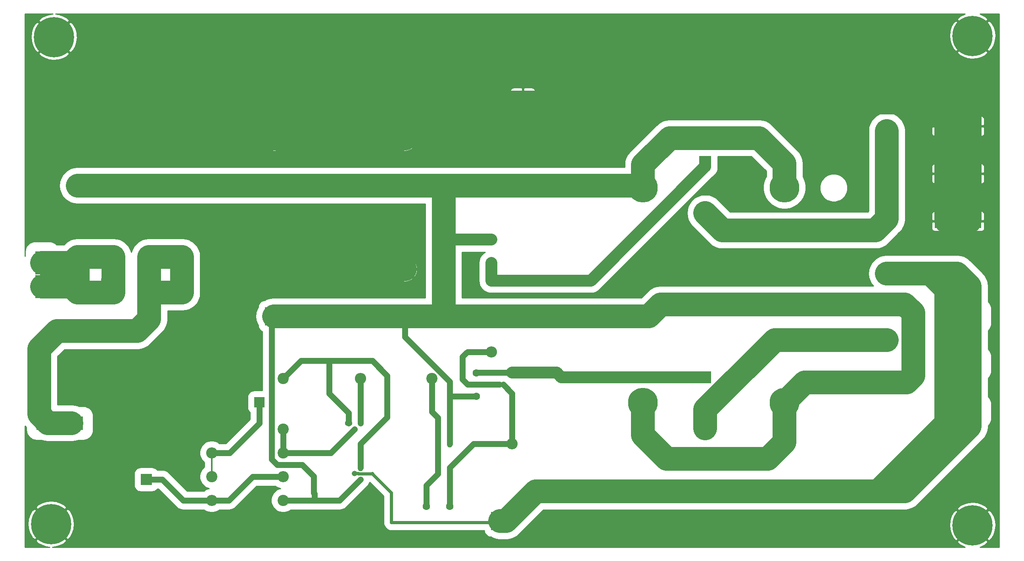
<source format=gbr>
G04 #@! TF.GenerationSoftware,KiCad,Pcbnew,(5.1.6-0)*
G04 #@! TF.CreationDate,2021-07-15T11:48:56+10:00*
G04 #@! TF.ProjectId,EDUC-8 PSU,45445543-2d38-4205-9053-552e6b696361,rev?*
G04 #@! TF.SameCoordinates,Original*
G04 #@! TF.FileFunction,Copper,L2,Bot*
G04 #@! TF.FilePolarity,Positive*
%FSLAX46Y46*%
G04 Gerber Fmt 4.6, Leading zero omitted, Abs format (unit mm)*
G04 Created by KiCad (PCBNEW (5.1.6-0)) date 2021-07-15 11:48:56*
%MOMM*%
%LPD*%
G01*
G04 APERTURE LIST*
G04 #@! TA.AperFunction,ComponentPad*
%ADD10O,3.200000X3.200000*%
G04 #@! TD*
G04 #@! TA.AperFunction,ComponentPad*
%ADD11R,3.200000X3.200000*%
G04 #@! TD*
G04 #@! TA.AperFunction,ComponentPad*
%ADD12O,2.200000X2.200000*%
G04 #@! TD*
G04 #@! TA.AperFunction,ComponentPad*
%ADD13R,2.200000X2.200000*%
G04 #@! TD*
G04 #@! TA.AperFunction,ComponentPad*
%ADD14R,3.000000X5.000000*%
G04 #@! TD*
G04 #@! TA.AperFunction,ComponentPad*
%ADD15R,5.000000X3.000000*%
G04 #@! TD*
G04 #@! TA.AperFunction,ComponentPad*
%ADD16C,0.900000*%
G04 #@! TD*
G04 #@! TA.AperFunction,ComponentPad*
%ADD17C,8.600000*%
G04 #@! TD*
G04 #@! TA.AperFunction,ComponentPad*
%ADD18C,6.350000*%
G04 #@! TD*
G04 #@! TA.AperFunction,ComponentPad*
%ADD19C,2.600000*%
G04 #@! TD*
G04 #@! TA.AperFunction,ComponentPad*
%ADD20R,2.600000X2.600000*%
G04 #@! TD*
G04 #@! TA.AperFunction,ComponentPad*
%ADD21O,1.200000X1.200000*%
G04 #@! TD*
G04 #@! TA.AperFunction,ComponentPad*
%ADD22O,1.600000X1.200000*%
G04 #@! TD*
G04 #@! TA.AperFunction,ComponentPad*
%ADD23C,4.000000*%
G04 #@! TD*
G04 #@! TA.AperFunction,ComponentPad*
%ADD24R,4.000000X4.000000*%
G04 #@! TD*
G04 #@! TA.AperFunction,ComponentPad*
%ADD25C,1.600000*%
G04 #@! TD*
G04 #@! TA.AperFunction,ComponentPad*
%ADD26C,2.400000*%
G04 #@! TD*
G04 #@! TA.AperFunction,ComponentPad*
%ADD27R,2.400000X2.400000*%
G04 #@! TD*
G04 #@! TA.AperFunction,ComponentPad*
%ADD28O,1.200000X1.600000*%
G04 #@! TD*
G04 #@! TA.AperFunction,ComponentPad*
%ADD29O,2.400000X2.400000*%
G04 #@! TD*
G04 #@! TA.AperFunction,Conductor*
%ADD30C,2.540000*%
G04 #@! TD*
G04 #@! TA.AperFunction,Conductor*
%ADD31C,3.810000*%
G04 #@! TD*
G04 #@! TA.AperFunction,Conductor*
%ADD32C,5.080000*%
G04 #@! TD*
G04 #@! TA.AperFunction,Conductor*
%ADD33C,0.635000*%
G04 #@! TD*
G04 #@! TA.AperFunction,Conductor*
%ADD34C,0.304800*%
G04 #@! TD*
G04 #@! TA.AperFunction,Conductor*
%ADD35C,1.270000*%
G04 #@! TD*
G04 #@! TA.AperFunction,Conductor*
%ADD36C,0.254000*%
G04 #@! TD*
G04 APERTURE END LIST*
D10*
X40640000Y-121920000D03*
D11*
X40640000Y-106680000D03*
D10*
X62865000Y-121920000D03*
D11*
X62865000Y-106680000D03*
D10*
X40640000Y-99060000D03*
D11*
X40640000Y-83820000D03*
D10*
X62865000Y-99060000D03*
D11*
X62865000Y-83820000D03*
D12*
X69215000Y-130175000D03*
D13*
X79375000Y-130175000D03*
D14*
X33020000Y-100410000D03*
X33020000Y-105410000D03*
D15*
X39290000Y-134620000D03*
X34290000Y-134620000D03*
X231060000Y-71120000D03*
X226060000Y-71120000D03*
X231060000Y-91440000D03*
X226060000Y-91440000D03*
X231060000Y-81280000D03*
X226060000Y-81280000D03*
X231060000Y-132080000D03*
X226060000Y-132080000D03*
X231060000Y-121920000D03*
X226060000Y-121920000D03*
X231060000Y-111760000D03*
X226060000Y-111760000D03*
D16*
X233928419Y-154183581D03*
X231648000Y-153239000D03*
X229367581Y-154183581D03*
X228423000Y-156464000D03*
X229367581Y-158744419D03*
X231648000Y-159689000D03*
X233928419Y-158744419D03*
X234873000Y-156464000D03*
D17*
X231648000Y-156464000D03*
D16*
X233928419Y-49535581D03*
X231648000Y-48591000D03*
X229367581Y-49535581D03*
X228423000Y-51816000D03*
X229367581Y-54096419D03*
X231648000Y-55041000D03*
X233928419Y-54096419D03*
X234873000Y-51816000D03*
D17*
X231648000Y-51816000D03*
D16*
X37840419Y-49789581D03*
X35560000Y-48845000D03*
X33279581Y-49789581D03*
X32335000Y-52070000D03*
X33279581Y-54350419D03*
X35560000Y-55295000D03*
X37840419Y-54350419D03*
X38785000Y-52070000D03*
D17*
X35560000Y-52070000D03*
D16*
X37205419Y-153929581D03*
X34925000Y-152985000D03*
X32644581Y-153929581D03*
X31700000Y-156210000D03*
X32644581Y-158490419D03*
X34925000Y-159435000D03*
X37205419Y-158490419D03*
X38150000Y-156210000D03*
D17*
X34925000Y-156210000D03*
D18*
X191500000Y-130250000D03*
X161300000Y-130250000D03*
D19*
X174600000Y-135720000D03*
D20*
X174600000Y-124800000D03*
D18*
X191500000Y-84250000D03*
X161300000Y-84250000D03*
D19*
X174600000Y-89720000D03*
D20*
X174600000Y-78800000D03*
D21*
X100965000Y-134620000D03*
X99695000Y-135890000D03*
D22*
X98425000Y-134620000D03*
D23*
X110490000Y-101760000D03*
D24*
X110490000Y-111760000D03*
D23*
X82550000Y-101760000D03*
D24*
X82550000Y-111760000D03*
D23*
X82550000Y-73820000D03*
D24*
X82550000Y-83820000D03*
D23*
X110490000Y-73820000D03*
D24*
X110490000Y-83820000D03*
D25*
X125730000Y-123905000D03*
X125730000Y-128905000D03*
X128900000Y-100400000D03*
X128900000Y-95400000D03*
X115015000Y-152400000D03*
X120015000Y-152400000D03*
D26*
X55245000Y-141685000D03*
D27*
X55245000Y-146685000D03*
D10*
X55880000Y-99060000D03*
D11*
X55880000Y-83820000D03*
D10*
X48260000Y-99060000D03*
D11*
X48260000Y-83820000D03*
D10*
X55880000Y-121920000D03*
D11*
X55880000Y-106680000D03*
D10*
X48260000Y-121920000D03*
D11*
X48260000Y-106680000D03*
D24*
X130810000Y-155575000D03*
X135636000Y-65532000D03*
D21*
X120015000Y-144145000D03*
X117475000Y-141605000D03*
D28*
X120015000Y-139065000D03*
D21*
X100965000Y-146685000D03*
X99695000Y-145415000D03*
D28*
X100965000Y-144145000D03*
D29*
X133350000Y-139065000D03*
D26*
X133350000Y-123825000D03*
D29*
X128905000Y-119380000D03*
D26*
X128905000Y-104140000D03*
D29*
X213360000Y-116840000D03*
D26*
X213360000Y-147320000D03*
D29*
X213360000Y-72136000D03*
D26*
X213360000Y-102616000D03*
D29*
X69215000Y-151130000D03*
D26*
X84455000Y-151130000D03*
D29*
X84455000Y-146050000D03*
D26*
X69215000Y-146050000D03*
D29*
X69215000Y-140970000D03*
D26*
X84455000Y-140970000D03*
D29*
X100965000Y-125095000D03*
D26*
X116205000Y-125095000D03*
D29*
X69215000Y-135890000D03*
D26*
X84455000Y-135890000D03*
D29*
X69215000Y-125095000D03*
D26*
X84455000Y-125095000D03*
D30*
X82550000Y-111760000D02*
X110490000Y-111760000D01*
D31*
X118745000Y-111760000D02*
X110490000Y-111760000D01*
X117475000Y-83820000D02*
X118745000Y-85090000D01*
D32*
X55880000Y-83820000D02*
X117475000Y-83820000D01*
D33*
X110490000Y-114395000D02*
X110490000Y-111760000D01*
D34*
X84455000Y-151130000D02*
X91440000Y-151130000D01*
X91440000Y-151130000D02*
X96520000Y-151130000D01*
D32*
X118745000Y-111760000D02*
X82550000Y-111760000D01*
D30*
X119090000Y-95400000D02*
X118745000Y-95055000D01*
X128900000Y-95400000D02*
X119090000Y-95400000D01*
D32*
X118745000Y-95055000D02*
X118745000Y-111760000D01*
X118745000Y-85090000D02*
X118745000Y-95055000D01*
D35*
X125730000Y-128905000D02*
X120095000Y-128905000D01*
X120095000Y-128905000D02*
X120015000Y-128985000D01*
X120015000Y-139065000D02*
X120015000Y-128985000D01*
X100965000Y-146685000D02*
X96520000Y-151130000D01*
X96520000Y-151130000D02*
X91130000Y-151130000D01*
X91130000Y-151130000D02*
X84455000Y-151130000D01*
D32*
X48260000Y-83820000D02*
X55880000Y-83820000D01*
D35*
X91130000Y-149713198D02*
X91130000Y-151130000D01*
X91000000Y-149583198D02*
X91130000Y-149713198D01*
X91000000Y-146000000D02*
X91000000Y-149583198D01*
X88510000Y-143510000D02*
X91000000Y-146000000D01*
X82005001Y-142330001D02*
X83185000Y-143510000D01*
X83185000Y-143510000D02*
X88510000Y-143510000D01*
X82005001Y-112304999D02*
X82005001Y-142330001D01*
X82550000Y-111760000D02*
X82005001Y-112304999D01*
X110490000Y-116205000D02*
X110490000Y-111760000D01*
X120015000Y-125730000D02*
X110490000Y-116205000D01*
X120015000Y-128985000D02*
X120015000Y-125730000D01*
D32*
X160870000Y-83820000D02*
X161300000Y-84250000D01*
X110490000Y-83820000D02*
X160870000Y-83820000D01*
X161300000Y-84250000D02*
X161300000Y-79365000D01*
X161300000Y-79365000D02*
X167005000Y-73660000D01*
X167005000Y-73660000D02*
X186055000Y-73660000D01*
X191500000Y-79105000D02*
X191500000Y-84250000D01*
X186055000Y-73660000D02*
X191500000Y-79105000D01*
X161300000Y-130250000D02*
X161300000Y-137170000D01*
X161300000Y-137170000D02*
X166370000Y-142240000D01*
X166370000Y-142240000D02*
X187960000Y-142240000D01*
X191500000Y-138700000D02*
X191500000Y-130250000D01*
X187960000Y-142240000D02*
X191500000Y-138700000D01*
X195790001Y-125959999D02*
X191500000Y-130250000D01*
X219019999Y-124515001D02*
X217575001Y-125959999D01*
X217575001Y-125959999D02*
X195790001Y-125959999D01*
X165100000Y-109220000D02*
X217170000Y-109220000D01*
X219019999Y-111069999D02*
X219019999Y-124515001D01*
X217170000Y-109220000D02*
X219019999Y-111069999D01*
X162560000Y-111760000D02*
X165100000Y-109220000D01*
X110490000Y-111760000D02*
X162560000Y-111760000D01*
X40640000Y-83820000D02*
X48260000Y-83820000D01*
D35*
X125810000Y-123825000D02*
X125730000Y-123905000D01*
X133350000Y-123825000D02*
X125810000Y-123825000D01*
D30*
X133350000Y-123825000D02*
X142875000Y-123825000D01*
X143850000Y-124800000D02*
X142875000Y-123825000D01*
X174600000Y-124800000D02*
X143850000Y-124800000D01*
X174600000Y-78800000D02*
X174600000Y-79800000D01*
X174600000Y-78800000D02*
X174600000Y-79700000D01*
X150160000Y-104140000D02*
X128905000Y-104140000D01*
X174600000Y-79700000D02*
X150160000Y-104140000D01*
X128900000Y-104135000D02*
X128905000Y-104140000D01*
X128900000Y-100400000D02*
X128900000Y-104135000D01*
D35*
X120015000Y-144145000D02*
X125095000Y-139065000D01*
X120015000Y-152400000D02*
X120015000Y-144145000D01*
X125095000Y-139065000D02*
X133350000Y-139065000D01*
X133350000Y-128270000D02*
X131445000Y-126365000D01*
X133350000Y-139065000D02*
X133350000Y-128270000D01*
X123825000Y-126365000D02*
X122730000Y-125270000D01*
X130635000Y-126365000D02*
X123825000Y-126365000D01*
D33*
X130635000Y-126365000D02*
X131445000Y-126365000D01*
D35*
X122730000Y-125270000D02*
X122730000Y-120475000D01*
X122730000Y-120475000D02*
X123602500Y-119602500D01*
D33*
X123825000Y-119380000D02*
X123602500Y-119602500D01*
D35*
X123825000Y-119380000D02*
X128905000Y-119380000D01*
X117475000Y-141605000D02*
X117475000Y-133475000D01*
X117475000Y-133475000D02*
X116205000Y-132205000D01*
X116205000Y-125095000D02*
X116205000Y-132205000D01*
X115015000Y-152400000D02*
X115015000Y-147985000D01*
X115015000Y-147985000D02*
X117475000Y-145525000D01*
X117475000Y-145525000D02*
X117475000Y-141605000D01*
X69215000Y-151130000D02*
X72870000Y-151130000D01*
X77950000Y-146050000D02*
X84455000Y-146050000D01*
X72870000Y-151130000D02*
X77950000Y-146050000D01*
X55245000Y-146685000D02*
X58685000Y-146685000D01*
X63130000Y-151130000D02*
X69215000Y-151130000D01*
X58685000Y-146685000D02*
X63130000Y-151130000D01*
D32*
X55880000Y-99060000D02*
X55880000Y-106680000D01*
X55880000Y-99060000D02*
X62865000Y-99060000D01*
X55880000Y-106680000D02*
X62865000Y-106680000D01*
X55880000Y-106680000D02*
X55880000Y-112395000D01*
X55880000Y-112395000D02*
X53340000Y-114935000D01*
X53340000Y-114935000D02*
X36195000Y-114935000D01*
X36195000Y-114935000D02*
X32385000Y-118745000D01*
X32385000Y-132715000D02*
X34290000Y-134620000D01*
X32385000Y-118745000D02*
X32385000Y-132715000D01*
X34290000Y-134620000D02*
X39290000Y-134620000D01*
X62865000Y-99060000D02*
X62865000Y-106680000D01*
X48120000Y-104000000D02*
X48260000Y-104140000D01*
D30*
X48260000Y-104140000D02*
X48260000Y-106680000D01*
X48260000Y-99060000D02*
X48260000Y-104140000D01*
D32*
X48260000Y-106680000D02*
X48260000Y-99060000D01*
X40640000Y-99060000D02*
X40640000Y-106680000D01*
X40640000Y-99060000D02*
X48260000Y-99060000D01*
X39370000Y-105410000D02*
X40640000Y-106680000D01*
X33020000Y-105410000D02*
X39370000Y-105410000D01*
X39290000Y-100410000D02*
X40640000Y-99060000D01*
X33020000Y-100410000D02*
X39290000Y-100410000D01*
X40640000Y-106680000D02*
X48260000Y-106680000D01*
D34*
X69215000Y-146050000D02*
X69215000Y-140970000D01*
D35*
X79375000Y-130175000D02*
X79375000Y-134625000D01*
X73030000Y-140970000D02*
X69215000Y-140970000D01*
X79375000Y-134625000D02*
X73030000Y-140970000D01*
D34*
X99695000Y-145415000D02*
X103505000Y-145415000D01*
X103505000Y-145415000D02*
X106680000Y-148590000D01*
D33*
X131127500Y-155892500D02*
X107632500Y-155892500D01*
X107632500Y-155892500D02*
X107632500Y-149542500D01*
X100591038Y-145462510D02*
X103552510Y-145462510D01*
X100543528Y-145415000D02*
X100591038Y-145462510D01*
X99695000Y-145415000D02*
X100543528Y-145415000D01*
X103822500Y-145732500D02*
X103505000Y-145415000D01*
X103552510Y-145462510D02*
X103822500Y-145732500D01*
X107632500Y-149542500D02*
X103822500Y-145732500D01*
D32*
X130810000Y-155575000D02*
X132080000Y-155575000D01*
X132080000Y-155575000D02*
X138430000Y-149225000D01*
X211455000Y-149225000D02*
X213360000Y-147320000D01*
X138430000Y-149225000D02*
X211455000Y-149225000D01*
X226060000Y-134620000D02*
X213360000Y-147320000D01*
X226060000Y-111760000D02*
X226060000Y-134620000D01*
X231060000Y-111760000D02*
X231060000Y-132080000D01*
X213360000Y-102616000D02*
X222631000Y-102616000D01*
X226060000Y-106045000D02*
X226060000Y-111760000D01*
X222631000Y-102616000D02*
X226060000Y-106045000D01*
X222631000Y-102616000D02*
X228346000Y-102616000D01*
X231060000Y-105330000D02*
X231060000Y-111760000D01*
X228346000Y-102616000D02*
X231060000Y-105330000D01*
X231060000Y-132080000D02*
X231060000Y-135335000D01*
X217170000Y-149225000D02*
X211455000Y-149225000D01*
X231060000Y-135335000D02*
X217170000Y-149225000D01*
X174600000Y-135720000D02*
X174600000Y-131700000D01*
X189460000Y-116840000D02*
X213360000Y-116840000D01*
X174600000Y-131700000D02*
X189460000Y-116840000D01*
X174600000Y-89720000D02*
X178280000Y-93400000D01*
X178280000Y-93400000D02*
X210900000Y-93400000D01*
X213360000Y-90940000D02*
X213360000Y-72136000D01*
X210900000Y-93400000D02*
X213360000Y-90940000D01*
D33*
X98425000Y-133385000D02*
X98425000Y-134620000D01*
D35*
X100965000Y-139065000D02*
X106680000Y-133350000D01*
X100965000Y-144145000D02*
X100965000Y-139065000D01*
X106680000Y-124460000D02*
X103505000Y-121285000D01*
X106680000Y-133350000D02*
X106680000Y-124460000D01*
X88265000Y-121285000D02*
X84455000Y-125095000D01*
X98425000Y-134620000D02*
X98425000Y-132425000D01*
X98425000Y-132425000D02*
X94285000Y-128285000D01*
X94285000Y-128285000D02*
X94285000Y-121285000D01*
X94285000Y-121285000D02*
X88265000Y-121285000D01*
X103505000Y-121285000D02*
X94285000Y-121285000D01*
X84455000Y-135890000D02*
X84455000Y-140970000D01*
X94615000Y-140970000D02*
X99695000Y-135890000D01*
X84455000Y-140970000D02*
X94615000Y-140970000D01*
X100965000Y-125095000D02*
X100965000Y-134620000D01*
D31*
X82550000Y-101760000D02*
X79721573Y-101760000D01*
D30*
X57479999Y-120320001D02*
X58114999Y-120320001D01*
X55880000Y-121920000D02*
X57479999Y-120320001D01*
D33*
X69215000Y-135890000D02*
X69215000Y-130175000D01*
X69215000Y-130175000D02*
X69215000Y-125095000D01*
D32*
X112489999Y-71820001D02*
X112489999Y-71660001D01*
X110490000Y-73820000D02*
X112489999Y-71820001D01*
X48260000Y-121920000D02*
X55880000Y-121920000D01*
X110490000Y-73820000D02*
X82550000Y-73820000D01*
X82550000Y-101760000D02*
X110490000Y-101760000D01*
X118110000Y-66200000D02*
X110490000Y-73820000D01*
X118110000Y-66040000D02*
X118110000Y-66200000D01*
X34290000Y-88900000D02*
X34290000Y-76835000D01*
X36830000Y-91440000D02*
X34290000Y-88900000D01*
X34290000Y-76835000D02*
X37305000Y-73820000D01*
X45560000Y-73820000D02*
X82550000Y-73820000D01*
X37305000Y-73820000D02*
X45560000Y-73820000D01*
X72230000Y-91440000D02*
X36830000Y-91440000D01*
X82550000Y-101760000D02*
X72230000Y-91440000D01*
X66040000Y-121920000D02*
X69215000Y-125095000D01*
X55880000Y-121920000D02*
X66040000Y-121920000D01*
X69215000Y-115095000D02*
X69215000Y-125095000D01*
X82550000Y-101760000D02*
X69215000Y-115095000D01*
X40640000Y-121920000D02*
X48260000Y-121920000D01*
X231060000Y-91440000D02*
X231060000Y-68500000D01*
X228600000Y-66040000D02*
X210820000Y-66040000D01*
X231060000Y-68500000D02*
X228600000Y-66040000D01*
X210820000Y-66040000D02*
X221996000Y-66040000D01*
X118110000Y-66040000D02*
X210820000Y-66040000D01*
X226060000Y-70104000D02*
X221996000Y-66040000D01*
X226060000Y-91440000D02*
X226060000Y-70104000D01*
X69215000Y-125095000D02*
X69215000Y-135890000D01*
X61040000Y-135890000D02*
X55245000Y-141685000D01*
X69215000Y-135890000D02*
X61040000Y-135890000D01*
X226060000Y-91440000D02*
X231060000Y-91440000D01*
D36*
G36*
X34659079Y-47193649D02*
G01*
X33725062Y-47463107D01*
X32861560Y-47909606D01*
X32748946Y-47984851D01*
X32256787Y-48587182D01*
X35560000Y-51890395D01*
X38863213Y-48587182D01*
X38371054Y-47984851D01*
X37520067Y-47514937D01*
X36593757Y-47220071D01*
X35898550Y-47142000D01*
X230045674Y-47142000D01*
X229813062Y-47209107D01*
X228949560Y-47655606D01*
X228836946Y-47730851D01*
X228344787Y-48333182D01*
X231648000Y-51636395D01*
X234951213Y-48333182D01*
X234459054Y-47730851D01*
X233608067Y-47260937D01*
X233234431Y-47142000D01*
X237338000Y-47142000D01*
X237338001Y-161138000D01*
X233250326Y-161138000D01*
X233482938Y-161070893D01*
X234346440Y-160624394D01*
X234459054Y-160549149D01*
X234951213Y-159946818D01*
X231648000Y-156643605D01*
X228344787Y-159946818D01*
X228836946Y-160549149D01*
X229687933Y-161019063D01*
X230061569Y-161138000D01*
X35216276Y-161138000D01*
X35825921Y-161086351D01*
X36759938Y-160816893D01*
X37623440Y-160370394D01*
X37736054Y-160295149D01*
X38228213Y-159692818D01*
X34925000Y-156389605D01*
X31621787Y-159692818D01*
X32113946Y-160295149D01*
X32964933Y-160765063D01*
X33891243Y-161059929D01*
X34586450Y-161138000D01*
X29362000Y-161138000D01*
X29362000Y-156142281D01*
X29966586Y-156142281D01*
X30048649Y-157110921D01*
X30318107Y-158044938D01*
X30764606Y-158908440D01*
X30839851Y-159021054D01*
X31442182Y-159513213D01*
X34745395Y-156210000D01*
X35104605Y-156210000D01*
X38407818Y-159513213D01*
X39010149Y-159021054D01*
X39480063Y-158170067D01*
X39774929Y-157243757D01*
X39883414Y-156277719D01*
X39801351Y-155309079D01*
X39531893Y-154375062D01*
X39085394Y-153511560D01*
X39010149Y-153398946D01*
X38407818Y-152906787D01*
X35104605Y-156210000D01*
X34745395Y-156210000D01*
X31442182Y-152906787D01*
X30839851Y-153398946D01*
X30369937Y-154249933D01*
X30075071Y-155176243D01*
X29966586Y-156142281D01*
X29362000Y-156142281D01*
X29362000Y-152727182D01*
X31621787Y-152727182D01*
X34925000Y-156030395D01*
X38228213Y-152727182D01*
X37736054Y-152124851D01*
X36885067Y-151654937D01*
X35958757Y-151360071D01*
X34992719Y-151251586D01*
X34024079Y-151333649D01*
X33090062Y-151603107D01*
X32226560Y-152049606D01*
X32113946Y-152124851D01*
X31621787Y-152727182D01*
X29362000Y-152727182D01*
X29362000Y-142962980D01*
X54146626Y-142962980D01*
X54266514Y-143247836D01*
X54590210Y-143408699D01*
X54939069Y-143503322D01*
X55299684Y-143528067D01*
X55658198Y-143481985D01*
X56000833Y-143366846D01*
X56223486Y-143247836D01*
X56343374Y-142962980D01*
X55245000Y-141864605D01*
X54146626Y-142962980D01*
X29362000Y-142962980D01*
X29362000Y-141739684D01*
X53401933Y-141739684D01*
X53448015Y-142098198D01*
X53563154Y-142440833D01*
X53682164Y-142663486D01*
X53967020Y-142783374D01*
X55065395Y-141685000D01*
X55424605Y-141685000D01*
X56522980Y-142783374D01*
X56807836Y-142663486D01*
X56968699Y-142339790D01*
X57063322Y-141990931D01*
X57088067Y-141630316D01*
X57041985Y-141271802D01*
X56926846Y-140929167D01*
X56807836Y-140706514D01*
X56522980Y-140586626D01*
X55424605Y-141685000D01*
X55065395Y-141685000D01*
X53967020Y-140586626D01*
X53682164Y-140706514D01*
X53521301Y-141030210D01*
X53426678Y-141379069D01*
X53401933Y-141739684D01*
X29362000Y-141739684D01*
X29362000Y-140407020D01*
X54146626Y-140407020D01*
X55245000Y-141505395D01*
X56343374Y-140407020D01*
X56223486Y-140122164D01*
X55899790Y-139961301D01*
X55550931Y-139866678D01*
X55190316Y-139841933D01*
X54831802Y-139888015D01*
X54489167Y-140003154D01*
X54266514Y-140122164D01*
X54146626Y-140407020D01*
X29362000Y-140407020D01*
X29362000Y-135237392D01*
X29460237Y-135357093D01*
X29587652Y-135512349D01*
X29652709Y-135565740D01*
X29652709Y-136120000D01*
X29693776Y-136536965D01*
X29815401Y-136937906D01*
X30012907Y-137307415D01*
X30278707Y-137631293D01*
X30602585Y-137897093D01*
X30972094Y-138094599D01*
X31373035Y-138216224D01*
X31790000Y-138257291D01*
X32743118Y-138257291D01*
X32776086Y-138274913D01*
X33244484Y-138417000D01*
X33518212Y-138500035D01*
X34290000Y-138576049D01*
X34483409Y-138557000D01*
X39483409Y-138557000D01*
X40061787Y-138500035D01*
X40803914Y-138274913D01*
X40836882Y-138257291D01*
X41790000Y-138257291D01*
X42206965Y-138216224D01*
X42607906Y-138094599D01*
X42977415Y-137897093D01*
X43301293Y-137631293D01*
X43567093Y-137307415D01*
X43764599Y-136937906D01*
X43886224Y-136536965D01*
X43909384Y-136301805D01*
X67426805Y-136301805D01*
X67499379Y-136541066D01*
X67659361Y-136863257D01*
X67879125Y-137148046D01*
X68150226Y-137384489D01*
X68462246Y-137563500D01*
X68803194Y-137678199D01*
X69088000Y-137561854D01*
X69088000Y-136017000D01*
X69342000Y-136017000D01*
X69342000Y-137561854D01*
X69626806Y-137678199D01*
X69967754Y-137563500D01*
X70279774Y-137384489D01*
X70550875Y-137148046D01*
X70770639Y-136863257D01*
X70930621Y-136541066D01*
X71003195Y-136301805D01*
X70886432Y-136017000D01*
X69342000Y-136017000D01*
X69088000Y-136017000D01*
X67543568Y-136017000D01*
X67426805Y-136301805D01*
X43909384Y-136301805D01*
X43927291Y-136120000D01*
X43927291Y-135478195D01*
X67426805Y-135478195D01*
X67543568Y-135763000D01*
X69088000Y-135763000D01*
X69088000Y-134218146D01*
X69342000Y-134218146D01*
X69342000Y-135763000D01*
X70886432Y-135763000D01*
X71003195Y-135478195D01*
X70930621Y-135238934D01*
X70770639Y-134916743D01*
X70550875Y-134631954D01*
X70279774Y-134395511D01*
X69967754Y-134216500D01*
X69626806Y-134101801D01*
X69342000Y-134218146D01*
X69088000Y-134218146D01*
X68803194Y-134101801D01*
X68462246Y-134216500D01*
X68150226Y-134395511D01*
X67879125Y-134631954D01*
X67659361Y-134916743D01*
X67499379Y-135238934D01*
X67426805Y-135478195D01*
X43927291Y-135478195D01*
X43927291Y-133120000D01*
X43886224Y-132703035D01*
X43764599Y-132302094D01*
X43567093Y-131932585D01*
X43301293Y-131608707D01*
X42977415Y-131342907D01*
X42607906Y-131145401D01*
X42206965Y-131023776D01*
X41790000Y-130982709D01*
X40836882Y-130982709D01*
X40803914Y-130965087D01*
X40061787Y-130739965D01*
X39483409Y-130683000D01*
X36322000Y-130683000D01*
X36322000Y-130571122D01*
X67525825Y-130571122D01*
X67590425Y-130784094D01*
X67740469Y-131089329D01*
X67947178Y-131359427D01*
X68202609Y-131584008D01*
X68496946Y-131754442D01*
X68818877Y-131864179D01*
X69088000Y-131746600D01*
X69088000Y-130302000D01*
X69342000Y-130302000D01*
X69342000Y-131746600D01*
X69611123Y-131864179D01*
X69933054Y-131754442D01*
X70227391Y-131584008D01*
X70482822Y-131359427D01*
X70689531Y-131089329D01*
X70839575Y-130784094D01*
X70904175Y-130571122D01*
X70786125Y-130302000D01*
X69342000Y-130302000D01*
X69088000Y-130302000D01*
X67643875Y-130302000D01*
X67525825Y-130571122D01*
X36322000Y-130571122D01*
X36322000Y-129778878D01*
X67525825Y-129778878D01*
X67643875Y-130048000D01*
X69088000Y-130048000D01*
X69088000Y-128603400D01*
X69342000Y-128603400D01*
X69342000Y-130048000D01*
X70786125Y-130048000D01*
X70904175Y-129778878D01*
X70839575Y-129565906D01*
X70689531Y-129260671D01*
X70482822Y-128990573D01*
X70227391Y-128765992D01*
X69933054Y-128595558D01*
X69611123Y-128485821D01*
X69342000Y-128603400D01*
X69088000Y-128603400D01*
X68818877Y-128485821D01*
X68496946Y-128595558D01*
X68202609Y-128765992D01*
X67947178Y-128990573D01*
X67740469Y-129260671D01*
X67590425Y-129565906D01*
X67525825Y-129778878D01*
X36322000Y-129778878D01*
X36322000Y-125506805D01*
X67426805Y-125506805D01*
X67499379Y-125746066D01*
X67659361Y-126068257D01*
X67879125Y-126353046D01*
X68150226Y-126589489D01*
X68462246Y-126768500D01*
X68803194Y-126883199D01*
X69088000Y-126766854D01*
X69088000Y-125222000D01*
X69342000Y-125222000D01*
X69342000Y-126766854D01*
X69626806Y-126883199D01*
X69967754Y-126768500D01*
X70279774Y-126589489D01*
X70550875Y-126353046D01*
X70770639Y-126068257D01*
X70930621Y-125746066D01*
X71003195Y-125506805D01*
X70886432Y-125222000D01*
X69342000Y-125222000D01*
X69088000Y-125222000D01*
X67543568Y-125222000D01*
X67426805Y-125506805D01*
X36322000Y-125506805D01*
X36322000Y-124683195D01*
X67426805Y-124683195D01*
X67543568Y-124968000D01*
X69088000Y-124968000D01*
X69088000Y-123423146D01*
X69342000Y-123423146D01*
X69342000Y-124968000D01*
X70886432Y-124968000D01*
X71003195Y-124683195D01*
X70930621Y-124443934D01*
X70770639Y-124121743D01*
X70550875Y-123836954D01*
X70279774Y-123600511D01*
X69967754Y-123421500D01*
X69626806Y-123306801D01*
X69342000Y-123423146D01*
X69088000Y-123423146D01*
X68803194Y-123306801D01*
X68462246Y-123421500D01*
X68150226Y-123600511D01*
X67879125Y-123836954D01*
X67659361Y-124121743D01*
X67499379Y-124443934D01*
X67426805Y-124683195D01*
X36322000Y-124683195D01*
X36322000Y-122394503D01*
X38455947Y-122394503D01*
X38590484Y-122811473D01*
X38803783Y-123194184D01*
X39087646Y-123527929D01*
X39431165Y-123799882D01*
X39821139Y-123999593D01*
X40165497Y-124104050D01*
X40513000Y-123992362D01*
X40513000Y-122047000D01*
X40767000Y-122047000D01*
X40767000Y-123992362D01*
X41114503Y-124104050D01*
X41458861Y-123999593D01*
X41848835Y-123799882D01*
X42192354Y-123527929D01*
X42476217Y-123194184D01*
X42689516Y-122811473D01*
X42824053Y-122394503D01*
X46075947Y-122394503D01*
X46210484Y-122811473D01*
X46423783Y-123194184D01*
X46707646Y-123527929D01*
X47051165Y-123799882D01*
X47441139Y-123999593D01*
X47785497Y-124104050D01*
X48133000Y-123992362D01*
X48133000Y-122047000D01*
X48387000Y-122047000D01*
X48387000Y-123992362D01*
X48734503Y-124104050D01*
X49078861Y-123999593D01*
X49468835Y-123799882D01*
X49812354Y-123527929D01*
X50096217Y-123194184D01*
X50309516Y-122811473D01*
X50444053Y-122394503D01*
X53695947Y-122394503D01*
X53830484Y-122811473D01*
X54043783Y-123194184D01*
X54327646Y-123527929D01*
X54671165Y-123799882D01*
X55061139Y-123999593D01*
X55405497Y-124104050D01*
X55753000Y-123992362D01*
X55753000Y-122047000D01*
X56007000Y-122047000D01*
X56007000Y-123992362D01*
X56354503Y-124104050D01*
X56698861Y-123999593D01*
X57088835Y-123799882D01*
X57432354Y-123527929D01*
X57716217Y-123194184D01*
X57929516Y-122811473D01*
X58064053Y-122394503D01*
X60680947Y-122394503D01*
X60815484Y-122811473D01*
X61028783Y-123194184D01*
X61312646Y-123527929D01*
X61656165Y-123799882D01*
X62046139Y-123999593D01*
X62390497Y-124104050D01*
X62738000Y-123992362D01*
X62738000Y-122047000D01*
X62992000Y-122047000D01*
X62992000Y-123992362D01*
X63339503Y-124104050D01*
X63683861Y-123999593D01*
X64073835Y-123799882D01*
X64417354Y-123527929D01*
X64701217Y-123194184D01*
X64914516Y-122811473D01*
X65049053Y-122394503D01*
X64937642Y-122047000D01*
X62992000Y-122047000D01*
X62738000Y-122047000D01*
X60792358Y-122047000D01*
X60680947Y-122394503D01*
X58064053Y-122394503D01*
X57952642Y-122047000D01*
X56007000Y-122047000D01*
X55753000Y-122047000D01*
X53807358Y-122047000D01*
X53695947Y-122394503D01*
X50444053Y-122394503D01*
X50332642Y-122047000D01*
X48387000Y-122047000D01*
X48133000Y-122047000D01*
X46187358Y-122047000D01*
X46075947Y-122394503D01*
X42824053Y-122394503D01*
X42712642Y-122047000D01*
X40767000Y-122047000D01*
X40513000Y-122047000D01*
X38567358Y-122047000D01*
X38455947Y-122394503D01*
X36322000Y-122394503D01*
X36322000Y-121445497D01*
X38455947Y-121445497D01*
X38567358Y-121793000D01*
X40513000Y-121793000D01*
X40513000Y-119847638D01*
X40767000Y-119847638D01*
X40767000Y-121793000D01*
X42712642Y-121793000D01*
X42824053Y-121445497D01*
X46075947Y-121445497D01*
X46187358Y-121793000D01*
X48133000Y-121793000D01*
X48133000Y-119847638D01*
X48387000Y-119847638D01*
X48387000Y-121793000D01*
X50332642Y-121793000D01*
X50444053Y-121445497D01*
X53695947Y-121445497D01*
X53807358Y-121793000D01*
X55753000Y-121793000D01*
X55753000Y-119847638D01*
X56007000Y-119847638D01*
X56007000Y-121793000D01*
X57952642Y-121793000D01*
X58064053Y-121445497D01*
X60680947Y-121445497D01*
X60792358Y-121793000D01*
X62738000Y-121793000D01*
X62738000Y-119847638D01*
X62992000Y-119847638D01*
X62992000Y-121793000D01*
X64937642Y-121793000D01*
X65049053Y-121445497D01*
X64914516Y-121028527D01*
X64701217Y-120645816D01*
X64417354Y-120312071D01*
X64073835Y-120040118D01*
X63683861Y-119840407D01*
X63339503Y-119735950D01*
X62992000Y-119847638D01*
X62738000Y-119847638D01*
X62390497Y-119735950D01*
X62046139Y-119840407D01*
X61656165Y-120040118D01*
X61312646Y-120312071D01*
X61028783Y-120645816D01*
X60815484Y-121028527D01*
X60680947Y-121445497D01*
X58064053Y-121445497D01*
X57929516Y-121028527D01*
X57716217Y-120645816D01*
X57432354Y-120312071D01*
X57088835Y-120040118D01*
X56698861Y-119840407D01*
X56354503Y-119735950D01*
X56007000Y-119847638D01*
X55753000Y-119847638D01*
X55405497Y-119735950D01*
X55061139Y-119840407D01*
X54671165Y-120040118D01*
X54327646Y-120312071D01*
X54043783Y-120645816D01*
X53830484Y-121028527D01*
X53695947Y-121445497D01*
X50444053Y-121445497D01*
X50309516Y-121028527D01*
X50096217Y-120645816D01*
X49812354Y-120312071D01*
X49468835Y-120040118D01*
X49078861Y-119840407D01*
X48734503Y-119735950D01*
X48387000Y-119847638D01*
X48133000Y-119847638D01*
X47785497Y-119735950D01*
X47441139Y-119840407D01*
X47051165Y-120040118D01*
X46707646Y-120312071D01*
X46423783Y-120645816D01*
X46210484Y-121028527D01*
X46075947Y-121445497D01*
X42824053Y-121445497D01*
X42689516Y-121028527D01*
X42476217Y-120645816D01*
X42192354Y-120312071D01*
X41848835Y-120040118D01*
X41458861Y-119840407D01*
X41114503Y-119735950D01*
X40767000Y-119847638D01*
X40513000Y-119847638D01*
X40165497Y-119735950D01*
X39821139Y-119840407D01*
X39431165Y-120040118D01*
X39087646Y-120312071D01*
X38803783Y-120645816D01*
X38590484Y-121028527D01*
X38455947Y-121445497D01*
X36322000Y-121445497D01*
X36322000Y-120375758D01*
X37825759Y-118872000D01*
X53146601Y-118872000D01*
X53340000Y-118891048D01*
X53533399Y-118872000D01*
X53533409Y-118872000D01*
X54111787Y-118815035D01*
X54853914Y-118589913D01*
X55537863Y-118224335D01*
X56137349Y-117732349D01*
X56260643Y-117582114D01*
X58527110Y-115315647D01*
X58677349Y-115192349D01*
X59169335Y-114592863D01*
X59534913Y-113908914D01*
X59760035Y-113166787D01*
X59817000Y-112588409D01*
X59817000Y-112588400D01*
X59836048Y-112395001D01*
X59817000Y-112201602D01*
X59817000Y-110617000D01*
X62671592Y-110617000D01*
X62865000Y-110636049D01*
X63636787Y-110560035D01*
X64378914Y-110334913D01*
X65062863Y-109969335D01*
X65662349Y-109477349D01*
X66154335Y-108877863D01*
X66519913Y-108193914D01*
X66745035Y-107451787D01*
X66802000Y-106873409D01*
X66802000Y-106873408D01*
X66821049Y-106680000D01*
X66802000Y-106486591D01*
X66802000Y-103607499D01*
X80882106Y-103607499D01*
X81098228Y-103974258D01*
X81558105Y-104214938D01*
X82056098Y-104361275D01*
X82573071Y-104407648D01*
X83089159Y-104352273D01*
X83584526Y-104197279D01*
X84001772Y-103974258D01*
X84217894Y-103607499D01*
X108822106Y-103607499D01*
X109038228Y-103974258D01*
X109498105Y-104214938D01*
X109996098Y-104361275D01*
X110513071Y-104407648D01*
X111029159Y-104352273D01*
X111524526Y-104197279D01*
X111941772Y-103974258D01*
X112157894Y-103607499D01*
X110490000Y-101939605D01*
X108822106Y-103607499D01*
X84217894Y-103607499D01*
X82550000Y-101939605D01*
X80882106Y-103607499D01*
X66802000Y-103607499D01*
X66802000Y-101783071D01*
X79902352Y-101783071D01*
X79957727Y-102299159D01*
X80112721Y-102794526D01*
X80335742Y-103211772D01*
X80702501Y-103427894D01*
X82370395Y-101760000D01*
X82729605Y-101760000D01*
X84397499Y-103427894D01*
X84764258Y-103211772D01*
X85004938Y-102751895D01*
X85151275Y-102253902D01*
X85193509Y-101783071D01*
X107842352Y-101783071D01*
X107897727Y-102299159D01*
X108052721Y-102794526D01*
X108275742Y-103211772D01*
X108642501Y-103427894D01*
X110310395Y-101760000D01*
X110669605Y-101760000D01*
X112337499Y-103427894D01*
X112704258Y-103211772D01*
X112944938Y-102751895D01*
X113091275Y-102253902D01*
X113137648Y-101736929D01*
X113082273Y-101220841D01*
X112927279Y-100725474D01*
X112704258Y-100308228D01*
X112337499Y-100092106D01*
X110669605Y-101760000D01*
X110310395Y-101760000D01*
X108642501Y-100092106D01*
X108275742Y-100308228D01*
X108035062Y-100768105D01*
X107888725Y-101266098D01*
X107842352Y-101783071D01*
X85193509Y-101783071D01*
X85197648Y-101736929D01*
X85142273Y-101220841D01*
X84987279Y-100725474D01*
X84764258Y-100308228D01*
X84397499Y-100092106D01*
X82729605Y-101760000D01*
X82370395Y-101760000D01*
X80702501Y-100092106D01*
X80335742Y-100308228D01*
X80095062Y-100768105D01*
X79948725Y-101266098D01*
X79902352Y-101783071D01*
X66802000Y-101783071D01*
X66802000Y-99912501D01*
X80882106Y-99912501D01*
X82550000Y-101580395D01*
X84217894Y-99912501D01*
X108822106Y-99912501D01*
X110490000Y-101580395D01*
X112157894Y-99912501D01*
X111941772Y-99545742D01*
X111481895Y-99305062D01*
X110983902Y-99158725D01*
X110466929Y-99112352D01*
X109950841Y-99167727D01*
X109455474Y-99322721D01*
X109038228Y-99545742D01*
X108822106Y-99912501D01*
X84217894Y-99912501D01*
X84001772Y-99545742D01*
X83541895Y-99305062D01*
X83043902Y-99158725D01*
X82526929Y-99112352D01*
X82010841Y-99167727D01*
X81515474Y-99322721D01*
X81098228Y-99545742D01*
X80882106Y-99912501D01*
X66802000Y-99912501D01*
X66802000Y-99253409D01*
X66821049Y-99060000D01*
X66789135Y-98735965D01*
X66745035Y-98288213D01*
X66519913Y-97546086D01*
X66154335Y-96862137D01*
X65662349Y-96262651D01*
X65062863Y-95770665D01*
X64774227Y-95616386D01*
X64378914Y-95405087D01*
X63636787Y-95179965D01*
X63058409Y-95123000D01*
X63058408Y-95123000D01*
X62865000Y-95103951D01*
X62671591Y-95123000D01*
X56073408Y-95123000D01*
X55880000Y-95103951D01*
X55686591Y-95123000D01*
X55108213Y-95179965D01*
X54366086Y-95405087D01*
X53682137Y-95770665D01*
X53082651Y-96262651D01*
X52590665Y-96862137D01*
X52225087Y-97546086D01*
X52070000Y-98057339D01*
X51914913Y-97546086D01*
X51549335Y-96862137D01*
X51057349Y-96262651D01*
X50457863Y-95770665D01*
X49773914Y-95405087D01*
X49031787Y-95179965D01*
X48260000Y-95103951D01*
X48066592Y-95123000D01*
X40833408Y-95123000D01*
X40640000Y-95103951D01*
X40446591Y-95123000D01*
X39868213Y-95179965D01*
X39126086Y-95405087D01*
X38442137Y-95770665D01*
X37842651Y-96262651D01*
X37719353Y-96412890D01*
X37659243Y-96473000D01*
X36092264Y-96473000D01*
X36031293Y-96398707D01*
X35707415Y-96132907D01*
X35337906Y-95935401D01*
X34936965Y-95813776D01*
X34520000Y-95772709D01*
X31520000Y-95772709D01*
X31103035Y-95813776D01*
X30702094Y-95935401D01*
X30332585Y-96132907D01*
X30008707Y-96398707D01*
X29742907Y-96722585D01*
X29545401Y-97092094D01*
X29423776Y-97493035D01*
X29382709Y-97910000D01*
X29382709Y-98863118D01*
X29365087Y-98896086D01*
X29362000Y-98906262D01*
X29362000Y-83820000D01*
X36683951Y-83820000D01*
X36759965Y-84591787D01*
X36985087Y-85333914D01*
X37350665Y-86017863D01*
X37842651Y-86617349D01*
X38442137Y-87109335D01*
X39126086Y-87474913D01*
X39868213Y-87700035D01*
X40446591Y-87757000D01*
X114808000Y-87757000D01*
X114808001Y-94861582D01*
X114808000Y-94861592D01*
X114808001Y-107823000D01*
X82356591Y-107823000D01*
X81778213Y-107879965D01*
X81036086Y-108105087D01*
X80566209Y-108356241D01*
X80550000Y-108356241D01*
X80276140Y-108383214D01*
X80012805Y-108463096D01*
X79770113Y-108592817D01*
X79557392Y-108767392D01*
X79382817Y-108980113D01*
X79253096Y-109222805D01*
X79173214Y-109486140D01*
X79146241Y-109760000D01*
X79146241Y-109776209D01*
X78895087Y-110246086D01*
X78669965Y-110988213D01*
X78593951Y-111760000D01*
X78669965Y-112531787D01*
X78895087Y-113273914D01*
X79146241Y-113743791D01*
X79146241Y-113760000D01*
X79173214Y-114033860D01*
X79253096Y-114297195D01*
X79382817Y-114539887D01*
X79557392Y-114752608D01*
X79770113Y-114927183D01*
X79973001Y-115035628D01*
X79973002Y-127671241D01*
X78275000Y-127671241D01*
X78001140Y-127698214D01*
X77737805Y-127778096D01*
X77495113Y-127907817D01*
X77282392Y-128082392D01*
X77107817Y-128295113D01*
X76978096Y-128537805D01*
X76898214Y-128801140D01*
X76871241Y-129075000D01*
X76871241Y-131275000D01*
X76898214Y-131548860D01*
X76978096Y-131812195D01*
X77107817Y-132054887D01*
X77282392Y-132267608D01*
X77343000Y-132317348D01*
X77343001Y-133783317D01*
X72188319Y-138938000D01*
X70848374Y-138938000D01*
X70445141Y-138668568D01*
X69972517Y-138472801D01*
X69470782Y-138373000D01*
X68959218Y-138373000D01*
X68457483Y-138472801D01*
X67984859Y-138668568D01*
X67559509Y-138952778D01*
X67197778Y-139314509D01*
X66913568Y-139739859D01*
X66717801Y-140212483D01*
X66618000Y-140714218D01*
X66618000Y-141225782D01*
X66717801Y-141727517D01*
X66913568Y-142200141D01*
X67197778Y-142625491D01*
X67559509Y-142987222D01*
X67665601Y-143058110D01*
X67665600Y-143961890D01*
X67559509Y-144032778D01*
X67197778Y-144394509D01*
X66913568Y-144819859D01*
X66717801Y-145292483D01*
X66618000Y-145794218D01*
X66618000Y-146305782D01*
X66717801Y-146807517D01*
X66913568Y-147280141D01*
X67197778Y-147705491D01*
X67559509Y-148067222D01*
X67984859Y-148351432D01*
X68457483Y-148547199D01*
X68672659Y-148590000D01*
X68457483Y-148632801D01*
X67984859Y-148828568D01*
X67581626Y-149098000D01*
X63971682Y-149098000D01*
X60192429Y-145318748D01*
X60128793Y-145241207D01*
X59819381Y-144987280D01*
X59466375Y-144798594D01*
X59083341Y-144682402D01*
X58784816Y-144653000D01*
X58784813Y-144653000D01*
X58685000Y-144643169D01*
X58585187Y-144653000D01*
X57569415Y-144653000D01*
X57437608Y-144492392D01*
X57224887Y-144317817D01*
X56982195Y-144188096D01*
X56718860Y-144108214D01*
X56445000Y-144081241D01*
X54045000Y-144081241D01*
X53771140Y-144108214D01*
X53507805Y-144188096D01*
X53265113Y-144317817D01*
X53052392Y-144492392D01*
X52877817Y-144705113D01*
X52748096Y-144947805D01*
X52668214Y-145211140D01*
X52641241Y-145485000D01*
X52641241Y-147885000D01*
X52668214Y-148158860D01*
X52748096Y-148422195D01*
X52877817Y-148664887D01*
X53052392Y-148877608D01*
X53265113Y-149052183D01*
X53507805Y-149181904D01*
X53771140Y-149261786D01*
X54045000Y-149288759D01*
X56445000Y-149288759D01*
X56718860Y-149261786D01*
X56982195Y-149181904D01*
X57224887Y-149052183D01*
X57437608Y-148877608D01*
X57569415Y-148717000D01*
X57843319Y-148717000D01*
X61622575Y-152496257D01*
X61686207Y-152573793D01*
X61811092Y-152676283D01*
X61995618Y-152827720D01*
X62183009Y-152927882D01*
X62348625Y-153016406D01*
X62731659Y-153132598D01*
X63030184Y-153162000D01*
X63030185Y-153162000D01*
X63129999Y-153171831D01*
X63229813Y-153162000D01*
X67581626Y-153162000D01*
X67984859Y-153431432D01*
X68457483Y-153627199D01*
X68959218Y-153727000D01*
X69470782Y-153727000D01*
X69972517Y-153627199D01*
X70445141Y-153431432D01*
X70848374Y-153162000D01*
X72770187Y-153162000D01*
X72870000Y-153171831D01*
X72969813Y-153162000D01*
X72969816Y-153162000D01*
X73268341Y-153132598D01*
X73651375Y-153016406D01*
X74004381Y-152827720D01*
X74313793Y-152573793D01*
X74377429Y-152496252D01*
X78791682Y-148082000D01*
X82821626Y-148082000D01*
X83224859Y-148351432D01*
X83697483Y-148547199D01*
X83912659Y-148590000D01*
X83697483Y-148632801D01*
X83224859Y-148828568D01*
X82799509Y-149112778D01*
X82437778Y-149474509D01*
X82153568Y-149899859D01*
X81957801Y-150372483D01*
X81858000Y-150874218D01*
X81858000Y-151385782D01*
X81957801Y-151887517D01*
X82153568Y-152360141D01*
X82437778Y-152785491D01*
X82799509Y-153147222D01*
X83224859Y-153431432D01*
X83697483Y-153627199D01*
X84199218Y-153727000D01*
X84710782Y-153727000D01*
X85212517Y-153627199D01*
X85685141Y-153431432D01*
X86088374Y-153162000D01*
X91030184Y-153162000D01*
X91130000Y-153171831D01*
X91229816Y-153162000D01*
X96420187Y-153162000D01*
X96520000Y-153171831D01*
X96619813Y-153162000D01*
X96619816Y-153162000D01*
X96918341Y-153132598D01*
X97301375Y-153016406D01*
X97654381Y-152827720D01*
X97963793Y-152573793D01*
X98027429Y-152496252D01*
X102472421Y-148051261D01*
X102662720Y-147819382D01*
X102851405Y-147466376D01*
X102916644Y-147251312D01*
X105918001Y-150252671D01*
X105918000Y-155808279D01*
X105909705Y-155892500D01*
X105942808Y-156228601D01*
X106040845Y-156551785D01*
X106200048Y-156849634D01*
X106321584Y-156997725D01*
X106414300Y-157110700D01*
X106675366Y-157324952D01*
X106973215Y-157484155D01*
X107296399Y-157582192D01*
X107632500Y-157615295D01*
X107716720Y-157607000D01*
X127409393Y-157607000D01*
X127433214Y-157848860D01*
X127513096Y-158112195D01*
X127642817Y-158354887D01*
X127817392Y-158567608D01*
X128030113Y-158742183D01*
X128272805Y-158871904D01*
X128536140Y-158951786D01*
X128810000Y-158978759D01*
X128826209Y-158978759D01*
X129296086Y-159229913D01*
X130038213Y-159455035D01*
X130616591Y-159512000D01*
X131886601Y-159512000D01*
X132080000Y-159531048D01*
X132273399Y-159512000D01*
X132273409Y-159512000D01*
X132851787Y-159455035D01*
X133593914Y-159229913D01*
X134277863Y-158864335D01*
X134877349Y-158372349D01*
X135000643Y-158222115D01*
X136826477Y-156396281D01*
X226689586Y-156396281D01*
X226771649Y-157364921D01*
X227041107Y-158298938D01*
X227487606Y-159162440D01*
X227562851Y-159275054D01*
X228165182Y-159767213D01*
X231468395Y-156464000D01*
X231827605Y-156464000D01*
X235130818Y-159767213D01*
X235733149Y-159275054D01*
X236203063Y-158424067D01*
X236497929Y-157497757D01*
X236606414Y-156531719D01*
X236524351Y-155563079D01*
X236254893Y-154629062D01*
X235808394Y-153765560D01*
X235733149Y-153652946D01*
X235130818Y-153160787D01*
X231827605Y-156464000D01*
X231468395Y-156464000D01*
X228165182Y-153160787D01*
X227562851Y-153652946D01*
X227092937Y-154503933D01*
X226798071Y-155430243D01*
X226689586Y-156396281D01*
X136826477Y-156396281D01*
X140060759Y-153162000D01*
X211261601Y-153162000D01*
X211455000Y-153181048D01*
X211648399Y-153162000D01*
X216976601Y-153162000D01*
X217170000Y-153181048D01*
X217363399Y-153162000D01*
X217363409Y-153162000D01*
X217941787Y-153105035D01*
X218350075Y-152981182D01*
X228344787Y-152981182D01*
X231648000Y-156284395D01*
X234951213Y-152981182D01*
X234459054Y-152378851D01*
X233608067Y-151908937D01*
X232681757Y-151614071D01*
X231715719Y-151505586D01*
X230747079Y-151587649D01*
X229813062Y-151857107D01*
X228949560Y-152303606D01*
X228836946Y-152378851D01*
X228344787Y-152981182D01*
X218350075Y-152981182D01*
X218683914Y-152879913D01*
X219367863Y-152514335D01*
X219967349Y-152022349D01*
X220090643Y-151872115D01*
X233707115Y-138255643D01*
X233857349Y-138132349D01*
X234349335Y-137532863D01*
X234714913Y-136848914D01*
X234940035Y-136106786D01*
X234997000Y-135528408D01*
X234997000Y-135528400D01*
X235016048Y-135335001D01*
X234997972Y-135151466D01*
X235071293Y-135091293D01*
X235337093Y-134767415D01*
X235534599Y-134397906D01*
X235656224Y-133996965D01*
X235697291Y-133580000D01*
X235697291Y-130580000D01*
X235656224Y-130163035D01*
X235534599Y-129762094D01*
X235337093Y-129392585D01*
X235071293Y-129068707D01*
X234997000Y-129007736D01*
X234997000Y-124992264D01*
X235071293Y-124931293D01*
X235337093Y-124607415D01*
X235534599Y-124237906D01*
X235656224Y-123836965D01*
X235697291Y-123420000D01*
X235697291Y-120420000D01*
X235656224Y-120003035D01*
X235534599Y-119602094D01*
X235337093Y-119232585D01*
X235071293Y-118908707D01*
X234997000Y-118847736D01*
X234997000Y-114832264D01*
X235071293Y-114771293D01*
X235337093Y-114447415D01*
X235534599Y-114077906D01*
X235656224Y-113676965D01*
X235697291Y-113260000D01*
X235697291Y-110260000D01*
X235656224Y-109843035D01*
X235534599Y-109442094D01*
X235337093Y-109072585D01*
X235071293Y-108748707D01*
X234997000Y-108687736D01*
X234997000Y-105523409D01*
X235016049Y-105330000D01*
X234940035Y-104558213D01*
X234898501Y-104421293D01*
X234714913Y-103816086D01*
X234349335Y-103132137D01*
X233857349Y-102532651D01*
X233707120Y-102409361D01*
X231266643Y-99968884D01*
X231143349Y-99818651D01*
X230543863Y-99326665D01*
X229859914Y-98961087D01*
X229117787Y-98735965D01*
X228539409Y-98679000D01*
X228539399Y-98679000D01*
X228346000Y-98659952D01*
X228152601Y-98679000D01*
X222824399Y-98679000D01*
X222631000Y-98659952D01*
X222437601Y-98679000D01*
X213166591Y-98679000D01*
X212588213Y-98735965D01*
X211846086Y-98961087D01*
X211162137Y-99326665D01*
X210562651Y-99818651D01*
X210070665Y-100418137D01*
X209705087Y-101102086D01*
X209479965Y-101844213D01*
X209403951Y-102616000D01*
X209479965Y-103387787D01*
X209705087Y-104129914D01*
X210070665Y-104813863D01*
X210455676Y-105283000D01*
X165293398Y-105283000D01*
X165099999Y-105263952D01*
X164906600Y-105283000D01*
X164906591Y-105283000D01*
X164328213Y-105339965D01*
X163586086Y-105565087D01*
X162902137Y-105930665D01*
X162302651Y-106422651D01*
X162179353Y-106572890D01*
X160929242Y-107823000D01*
X122682000Y-107823000D01*
X122682000Y-98067000D01*
X127607082Y-98067000D01*
X127411125Y-98171741D01*
X127005022Y-98505022D01*
X126671741Y-98911126D01*
X126424092Y-99374446D01*
X126271590Y-99877178D01*
X126233000Y-100268986D01*
X126233001Y-104003983D01*
X126220097Y-104135000D01*
X126271590Y-104657823D01*
X126424092Y-105160554D01*
X126484309Y-105273212D01*
X126671742Y-105623875D01*
X126812584Y-105795491D01*
X126921505Y-105928212D01*
X126921508Y-105928215D01*
X127005023Y-106029978D01*
X127007766Y-106032229D01*
X127010022Y-106034978D01*
X127416125Y-106368259D01*
X127879445Y-106615908D01*
X128382177Y-106768410D01*
X128773985Y-106807000D01*
X128773991Y-106807000D01*
X128904999Y-106819903D01*
X129036007Y-106807000D01*
X150028992Y-106807000D01*
X150160000Y-106819903D01*
X150291008Y-106807000D01*
X150291015Y-106807000D01*
X150682823Y-106768410D01*
X151185555Y-106615908D01*
X151648875Y-106368259D01*
X152054978Y-106034978D01*
X152138497Y-105933210D01*
X168351707Y-89720000D01*
X170643952Y-89720000D01*
X170719966Y-90491787D01*
X170945088Y-91233914D01*
X171310666Y-91917863D01*
X171679360Y-92367118D01*
X175359361Y-96047120D01*
X175482651Y-96197349D01*
X175632879Y-96320638D01*
X175632881Y-96320640D01*
X175768074Y-96431590D01*
X176082137Y-96689335D01*
X176766086Y-97054913D01*
X177508213Y-97280035D01*
X178086591Y-97337000D01*
X178086601Y-97337000D01*
X178280000Y-97356048D01*
X178473399Y-97337000D01*
X210706601Y-97337000D01*
X210900000Y-97356048D01*
X211093399Y-97337000D01*
X211093409Y-97337000D01*
X211671787Y-97280035D01*
X212413914Y-97054913D01*
X213097863Y-96689335D01*
X213697349Y-96197349D01*
X213820643Y-96047114D01*
X216007110Y-93860647D01*
X216157349Y-93737349D01*
X216649335Y-93137863D01*
X216755094Y-92940000D01*
X222921928Y-92940000D01*
X222934188Y-93064482D01*
X222970498Y-93184180D01*
X223029463Y-93294494D01*
X223108815Y-93391185D01*
X223205506Y-93470537D01*
X223315820Y-93529502D01*
X223435518Y-93565812D01*
X223560000Y-93578072D01*
X225774250Y-93575000D01*
X225933000Y-93416250D01*
X225933000Y-91567000D01*
X226187000Y-91567000D01*
X226187000Y-93416250D01*
X226345750Y-93575000D01*
X228560000Y-93578072D01*
X230774250Y-93575000D01*
X230933000Y-93416250D01*
X230933000Y-91567000D01*
X231187000Y-91567000D01*
X231187000Y-93416250D01*
X231345750Y-93575000D01*
X233560000Y-93578072D01*
X233684482Y-93565812D01*
X233804180Y-93529502D01*
X233914494Y-93470537D01*
X234011185Y-93391185D01*
X234090537Y-93294494D01*
X234149502Y-93184180D01*
X234185812Y-93064482D01*
X234198072Y-92940000D01*
X234195000Y-91725750D01*
X234036250Y-91567000D01*
X231187000Y-91567000D01*
X230933000Y-91567000D01*
X226187000Y-91567000D01*
X225933000Y-91567000D01*
X223083750Y-91567000D01*
X222925000Y-91725750D01*
X222921928Y-92940000D01*
X216755094Y-92940000D01*
X217014913Y-92453914D01*
X217240035Y-91711787D01*
X217297000Y-91133409D01*
X217297000Y-91133400D01*
X217316048Y-90940001D01*
X217297000Y-90746602D01*
X217297000Y-89940000D01*
X222921928Y-89940000D01*
X222925000Y-91154250D01*
X223083750Y-91313000D01*
X225933000Y-91313000D01*
X225933000Y-89463750D01*
X226187000Y-89463750D01*
X226187000Y-91313000D01*
X230933000Y-91313000D01*
X230933000Y-89463750D01*
X231187000Y-89463750D01*
X231187000Y-91313000D01*
X234036250Y-91313000D01*
X234195000Y-91154250D01*
X234198072Y-89940000D01*
X234185812Y-89815518D01*
X234149502Y-89695820D01*
X234090537Y-89585506D01*
X234011185Y-89488815D01*
X233914494Y-89409463D01*
X233804180Y-89350498D01*
X233684482Y-89314188D01*
X233560000Y-89301928D01*
X231345750Y-89305000D01*
X231187000Y-89463750D01*
X230933000Y-89463750D01*
X230774250Y-89305000D01*
X228560000Y-89301928D01*
X226345750Y-89305000D01*
X226187000Y-89463750D01*
X225933000Y-89463750D01*
X225774250Y-89305000D01*
X223560000Y-89301928D01*
X223435518Y-89314188D01*
X223315820Y-89350498D01*
X223205506Y-89409463D01*
X223108815Y-89488815D01*
X223029463Y-89585506D01*
X222970498Y-89695820D01*
X222934188Y-89815518D01*
X222921928Y-89940000D01*
X217297000Y-89940000D01*
X217297000Y-82780000D01*
X222921928Y-82780000D01*
X222934188Y-82904482D01*
X222970498Y-83024180D01*
X223029463Y-83134494D01*
X223108815Y-83231185D01*
X223205506Y-83310537D01*
X223315820Y-83369502D01*
X223435518Y-83405812D01*
X223560000Y-83418072D01*
X225774250Y-83415000D01*
X225933000Y-83256250D01*
X225933000Y-81407000D01*
X226187000Y-81407000D01*
X226187000Y-83256250D01*
X226345750Y-83415000D01*
X228560000Y-83418072D01*
X230774250Y-83415000D01*
X230933000Y-83256250D01*
X230933000Y-81407000D01*
X231187000Y-81407000D01*
X231187000Y-83256250D01*
X231345750Y-83415000D01*
X233560000Y-83418072D01*
X233684482Y-83405812D01*
X233804180Y-83369502D01*
X233914494Y-83310537D01*
X234011185Y-83231185D01*
X234090537Y-83134494D01*
X234149502Y-83024180D01*
X234185812Y-82904482D01*
X234198072Y-82780000D01*
X234195000Y-81565750D01*
X234036250Y-81407000D01*
X231187000Y-81407000D01*
X230933000Y-81407000D01*
X226187000Y-81407000D01*
X225933000Y-81407000D01*
X223083750Y-81407000D01*
X222925000Y-81565750D01*
X222921928Y-82780000D01*
X217297000Y-82780000D01*
X217297000Y-79780000D01*
X222921928Y-79780000D01*
X222925000Y-80994250D01*
X223083750Y-81153000D01*
X225933000Y-81153000D01*
X225933000Y-79303750D01*
X226187000Y-79303750D01*
X226187000Y-81153000D01*
X230933000Y-81153000D01*
X230933000Y-79303750D01*
X231187000Y-79303750D01*
X231187000Y-81153000D01*
X234036250Y-81153000D01*
X234195000Y-80994250D01*
X234198072Y-79780000D01*
X234185812Y-79655518D01*
X234149502Y-79535820D01*
X234090537Y-79425506D01*
X234011185Y-79328815D01*
X233914494Y-79249463D01*
X233804180Y-79190498D01*
X233684482Y-79154188D01*
X233560000Y-79141928D01*
X231345750Y-79145000D01*
X231187000Y-79303750D01*
X230933000Y-79303750D01*
X230774250Y-79145000D01*
X228560000Y-79141928D01*
X226345750Y-79145000D01*
X226187000Y-79303750D01*
X225933000Y-79303750D01*
X225774250Y-79145000D01*
X223560000Y-79141928D01*
X223435518Y-79154188D01*
X223315820Y-79190498D01*
X223205506Y-79249463D01*
X223108815Y-79328815D01*
X223029463Y-79425506D01*
X222970498Y-79535820D01*
X222934188Y-79655518D01*
X222921928Y-79780000D01*
X217297000Y-79780000D01*
X217297000Y-72620000D01*
X222921928Y-72620000D01*
X222934188Y-72744482D01*
X222970498Y-72864180D01*
X223029463Y-72974494D01*
X223108815Y-73071185D01*
X223205506Y-73150537D01*
X223315820Y-73209502D01*
X223435518Y-73245812D01*
X223560000Y-73258072D01*
X225774250Y-73255000D01*
X225933000Y-73096250D01*
X225933000Y-71247000D01*
X226187000Y-71247000D01*
X226187000Y-73096250D01*
X226345750Y-73255000D01*
X228560000Y-73258072D01*
X230774250Y-73255000D01*
X230933000Y-73096250D01*
X230933000Y-71247000D01*
X231187000Y-71247000D01*
X231187000Y-73096250D01*
X231345750Y-73255000D01*
X233560000Y-73258072D01*
X233684482Y-73245812D01*
X233804180Y-73209502D01*
X233914494Y-73150537D01*
X234011185Y-73071185D01*
X234090537Y-72974494D01*
X234149502Y-72864180D01*
X234185812Y-72744482D01*
X234198072Y-72620000D01*
X234195000Y-71405750D01*
X234036250Y-71247000D01*
X231187000Y-71247000D01*
X230933000Y-71247000D01*
X226187000Y-71247000D01*
X225933000Y-71247000D01*
X223083750Y-71247000D01*
X222925000Y-71405750D01*
X222921928Y-72620000D01*
X217297000Y-72620000D01*
X217297000Y-71942591D01*
X217240035Y-71364213D01*
X217014913Y-70622086D01*
X216649335Y-69938137D01*
X216388247Y-69620000D01*
X222921928Y-69620000D01*
X222925000Y-70834250D01*
X223083750Y-70993000D01*
X225933000Y-70993000D01*
X225933000Y-69143750D01*
X226187000Y-69143750D01*
X226187000Y-70993000D01*
X230933000Y-70993000D01*
X230933000Y-69143750D01*
X231187000Y-69143750D01*
X231187000Y-70993000D01*
X234036250Y-70993000D01*
X234195000Y-70834250D01*
X234198072Y-69620000D01*
X234185812Y-69495518D01*
X234149502Y-69375820D01*
X234090537Y-69265506D01*
X234011185Y-69168815D01*
X233914494Y-69089463D01*
X233804180Y-69030498D01*
X233684482Y-68994188D01*
X233560000Y-68981928D01*
X231345750Y-68985000D01*
X231187000Y-69143750D01*
X230933000Y-69143750D01*
X230774250Y-68985000D01*
X228560000Y-68981928D01*
X226345750Y-68985000D01*
X226187000Y-69143750D01*
X225933000Y-69143750D01*
X225774250Y-68985000D01*
X223560000Y-68981928D01*
X223435518Y-68994188D01*
X223315820Y-69030498D01*
X223205506Y-69089463D01*
X223108815Y-69168815D01*
X223029463Y-69265506D01*
X222970498Y-69375820D01*
X222934188Y-69495518D01*
X222921928Y-69620000D01*
X216388247Y-69620000D01*
X216157349Y-69338651D01*
X215557863Y-68846665D01*
X214873914Y-68481087D01*
X214131787Y-68255965D01*
X213360000Y-68179951D01*
X212588214Y-68255965D01*
X211846087Y-68481087D01*
X211162138Y-68846665D01*
X210562652Y-69338651D01*
X210070666Y-69938137D01*
X209705088Y-70622086D01*
X209479966Y-71364213D01*
X209423001Y-71942591D01*
X209423000Y-89309242D01*
X209269242Y-89463000D01*
X179910759Y-89463000D01*
X177247118Y-86799360D01*
X176797863Y-86430666D01*
X176113914Y-86065088D01*
X175371787Y-85839966D01*
X174600000Y-85763952D01*
X173828213Y-85839966D01*
X173086086Y-86065088D01*
X172402137Y-86430666D01*
X171802651Y-86922651D01*
X171310666Y-87522137D01*
X170945088Y-88206086D01*
X170719966Y-88948213D01*
X170643952Y-89720000D01*
X168351707Y-89720000D01*
X175991288Y-82080420D01*
X176088875Y-82028259D01*
X176494978Y-81694978D01*
X176828259Y-81288875D01*
X177008919Y-80950882D01*
X177067183Y-80879887D01*
X177196904Y-80637195D01*
X177276786Y-80373860D01*
X177303759Y-80100000D01*
X177303759Y-77597000D01*
X184424242Y-77597000D01*
X187563000Y-80735759D01*
X187563001Y-81912754D01*
X187448346Y-82084346D01*
X187103699Y-82916397D01*
X186928000Y-83799697D01*
X186928000Y-84700303D01*
X187103699Y-85583603D01*
X187448346Y-86415654D01*
X187948696Y-87164480D01*
X188585520Y-87801304D01*
X189334346Y-88301654D01*
X190166397Y-88646301D01*
X191049697Y-88822000D01*
X191950303Y-88822000D01*
X192833603Y-88646301D01*
X193665654Y-88301654D01*
X194414480Y-87801304D01*
X195051304Y-87164480D01*
X195551654Y-86415654D01*
X195896301Y-85583603D01*
X196072000Y-84700303D01*
X196072000Y-84004821D01*
X199003000Y-84004821D01*
X199003000Y-84595179D01*
X199118173Y-85174193D01*
X199344093Y-85719612D01*
X199672078Y-86210476D01*
X200089524Y-86627922D01*
X200580388Y-86955907D01*
X201125807Y-87181827D01*
X201704821Y-87297000D01*
X202295179Y-87297000D01*
X202874193Y-87181827D01*
X203419612Y-86955907D01*
X203910476Y-86627922D01*
X204327922Y-86210476D01*
X204655907Y-85719612D01*
X204881827Y-85174193D01*
X204997000Y-84595179D01*
X204997000Y-84004821D01*
X204881827Y-83425807D01*
X204655907Y-82880388D01*
X204327922Y-82389524D01*
X203910476Y-81972078D01*
X203419612Y-81644093D01*
X202874193Y-81418173D01*
X202295179Y-81303000D01*
X201704821Y-81303000D01*
X201125807Y-81418173D01*
X200580388Y-81644093D01*
X200089524Y-81972078D01*
X199672078Y-82389524D01*
X199344093Y-82880388D01*
X199118173Y-83425807D01*
X199003000Y-84004821D01*
X196072000Y-84004821D01*
X196072000Y-83799697D01*
X195896301Y-82916397D01*
X195551654Y-82084346D01*
X195437000Y-81912754D01*
X195437000Y-79298409D01*
X195456049Y-79105000D01*
X195380035Y-78333212D01*
X195219810Y-77805023D01*
X195154913Y-77591086D01*
X194789335Y-76907137D01*
X194510726Y-76567651D01*
X194420640Y-76457881D01*
X194420638Y-76457879D01*
X194297349Y-76307651D01*
X194147120Y-76184361D01*
X188975643Y-71012885D01*
X188852349Y-70862651D01*
X188252863Y-70370665D01*
X187568914Y-70005087D01*
X186826787Y-69779965D01*
X186248409Y-69723000D01*
X186248399Y-69723000D01*
X186055000Y-69703952D01*
X185861601Y-69723000D01*
X167198398Y-69723000D01*
X167004999Y-69703952D01*
X166811600Y-69723000D01*
X166811591Y-69723000D01*
X166233213Y-69779965D01*
X165491086Y-70005087D01*
X164807137Y-70370665D01*
X164207651Y-70862651D01*
X164084357Y-71012885D01*
X158652880Y-76444362D01*
X158502652Y-76567651D01*
X158379363Y-76717879D01*
X158379360Y-76717882D01*
X158010666Y-77167137D01*
X157645088Y-77851086D01*
X157419966Y-78593213D01*
X157343952Y-79365000D01*
X157363001Y-79558408D01*
X157363001Y-79883000D01*
X40446591Y-79883000D01*
X39868213Y-79939965D01*
X39126086Y-80165087D01*
X38442137Y-80530665D01*
X37842651Y-81022651D01*
X37350665Y-81622137D01*
X36985087Y-82306086D01*
X36759965Y-83048213D01*
X36683951Y-83820000D01*
X29362000Y-83820000D01*
X29362000Y-75667499D01*
X80882106Y-75667499D01*
X81098228Y-76034258D01*
X81558105Y-76274938D01*
X82056098Y-76421275D01*
X82573071Y-76467648D01*
X83089159Y-76412273D01*
X83584526Y-76257279D01*
X84001772Y-76034258D01*
X84217894Y-75667499D01*
X108822106Y-75667499D01*
X109038228Y-76034258D01*
X109498105Y-76274938D01*
X109996098Y-76421275D01*
X110513071Y-76467648D01*
X111029159Y-76412273D01*
X111524526Y-76257279D01*
X111941772Y-76034258D01*
X112157894Y-75667499D01*
X110490000Y-73999605D01*
X108822106Y-75667499D01*
X84217894Y-75667499D01*
X82550000Y-73999605D01*
X80882106Y-75667499D01*
X29362000Y-75667499D01*
X29362000Y-73843071D01*
X79902352Y-73843071D01*
X79957727Y-74359159D01*
X80112721Y-74854526D01*
X80335742Y-75271772D01*
X80702501Y-75487894D01*
X82370395Y-73820000D01*
X82729605Y-73820000D01*
X84397499Y-75487894D01*
X84764258Y-75271772D01*
X85004938Y-74811895D01*
X85151275Y-74313902D01*
X85193509Y-73843071D01*
X107842352Y-73843071D01*
X107897727Y-74359159D01*
X108052721Y-74854526D01*
X108275742Y-75271772D01*
X108642501Y-75487894D01*
X110310395Y-73820000D01*
X110669605Y-73820000D01*
X112337499Y-75487894D01*
X112704258Y-75271772D01*
X112944938Y-74811895D01*
X113091275Y-74313902D01*
X113137648Y-73796929D01*
X113082273Y-73280841D01*
X112927279Y-72785474D01*
X112704258Y-72368228D01*
X112337499Y-72152106D01*
X110669605Y-73820000D01*
X110310395Y-73820000D01*
X108642501Y-72152106D01*
X108275742Y-72368228D01*
X108035062Y-72828105D01*
X107888725Y-73326098D01*
X107842352Y-73843071D01*
X85193509Y-73843071D01*
X85197648Y-73796929D01*
X85142273Y-73280841D01*
X84987279Y-72785474D01*
X84764258Y-72368228D01*
X84397499Y-72152106D01*
X82729605Y-73820000D01*
X82370395Y-73820000D01*
X80702501Y-72152106D01*
X80335742Y-72368228D01*
X80095062Y-72828105D01*
X79948725Y-73326098D01*
X79902352Y-73843071D01*
X29362000Y-73843071D01*
X29362000Y-71972501D01*
X80882106Y-71972501D01*
X82550000Y-73640395D01*
X84217894Y-71972501D01*
X108822106Y-71972501D01*
X110490000Y-73640395D01*
X112157894Y-71972501D01*
X111941772Y-71605742D01*
X111481895Y-71365062D01*
X110983902Y-71218725D01*
X110466929Y-71172352D01*
X109950841Y-71227727D01*
X109455474Y-71382721D01*
X109038228Y-71605742D01*
X108822106Y-71972501D01*
X84217894Y-71972501D01*
X84001772Y-71605742D01*
X83541895Y-71365062D01*
X83043902Y-71218725D01*
X82526929Y-71172352D01*
X82010841Y-71227727D01*
X81515474Y-71382721D01*
X81098228Y-71605742D01*
X80882106Y-71972501D01*
X29362000Y-71972501D01*
X29362000Y-67532000D01*
X132997928Y-67532000D01*
X133010188Y-67656482D01*
X133046498Y-67776180D01*
X133105463Y-67886494D01*
X133184815Y-67983185D01*
X133281506Y-68062537D01*
X133391820Y-68121502D01*
X133511518Y-68157812D01*
X133636000Y-68170072D01*
X135350250Y-68167000D01*
X135509000Y-68008250D01*
X135509000Y-65659000D01*
X135763000Y-65659000D01*
X135763000Y-68008250D01*
X135921750Y-68167000D01*
X137636000Y-68170072D01*
X137760482Y-68157812D01*
X137880180Y-68121502D01*
X137990494Y-68062537D01*
X138087185Y-67983185D01*
X138166537Y-67886494D01*
X138225502Y-67776180D01*
X138261812Y-67656482D01*
X138274072Y-67532000D01*
X138271000Y-65817750D01*
X138112250Y-65659000D01*
X135763000Y-65659000D01*
X135509000Y-65659000D01*
X133159750Y-65659000D01*
X133001000Y-65817750D01*
X132997928Y-67532000D01*
X29362000Y-67532000D01*
X29362000Y-63532000D01*
X132997928Y-63532000D01*
X133001000Y-65246250D01*
X133159750Y-65405000D01*
X135509000Y-65405000D01*
X135509000Y-63055750D01*
X135763000Y-63055750D01*
X135763000Y-65405000D01*
X138112250Y-65405000D01*
X138271000Y-65246250D01*
X138274072Y-63532000D01*
X138261812Y-63407518D01*
X138225502Y-63287820D01*
X138166537Y-63177506D01*
X138087185Y-63080815D01*
X137990494Y-63001463D01*
X137880180Y-62942498D01*
X137760482Y-62906188D01*
X137636000Y-62893928D01*
X135921750Y-62897000D01*
X135763000Y-63055750D01*
X135509000Y-63055750D01*
X135350250Y-62897000D01*
X133636000Y-62893928D01*
X133511518Y-62906188D01*
X133391820Y-62942498D01*
X133281506Y-63001463D01*
X133184815Y-63080815D01*
X133105463Y-63177506D01*
X133046498Y-63287820D01*
X133010188Y-63407518D01*
X132997928Y-63532000D01*
X29362000Y-63532000D01*
X29362000Y-55552818D01*
X32256787Y-55552818D01*
X32748946Y-56155149D01*
X33599933Y-56625063D01*
X34526243Y-56919929D01*
X35492281Y-57028414D01*
X36460921Y-56946351D01*
X37394938Y-56676893D01*
X38258440Y-56230394D01*
X38371054Y-56155149D01*
X38863213Y-55552818D01*
X35560000Y-52249605D01*
X32256787Y-55552818D01*
X29362000Y-55552818D01*
X29362000Y-52002281D01*
X30601586Y-52002281D01*
X30683649Y-52970921D01*
X30953107Y-53904938D01*
X31399606Y-54768440D01*
X31474851Y-54881054D01*
X32077182Y-55373213D01*
X35380395Y-52070000D01*
X35739605Y-52070000D01*
X39042818Y-55373213D01*
X39133866Y-55298818D01*
X228344787Y-55298818D01*
X228836946Y-55901149D01*
X229687933Y-56371063D01*
X230614243Y-56665929D01*
X231580281Y-56774414D01*
X232548921Y-56692351D01*
X233482938Y-56422893D01*
X234346440Y-55976394D01*
X234459054Y-55901149D01*
X234951213Y-55298818D01*
X231648000Y-51995605D01*
X228344787Y-55298818D01*
X39133866Y-55298818D01*
X39645149Y-54881054D01*
X40115063Y-54030067D01*
X40409929Y-53103757D01*
X40518414Y-52137719D01*
X40485421Y-51748281D01*
X226689586Y-51748281D01*
X226771649Y-52716921D01*
X227041107Y-53650938D01*
X227487606Y-54514440D01*
X227562851Y-54627054D01*
X228165182Y-55119213D01*
X231468395Y-51816000D01*
X231827605Y-51816000D01*
X235130818Y-55119213D01*
X235733149Y-54627054D01*
X236203063Y-53776067D01*
X236497929Y-52849757D01*
X236606414Y-51883719D01*
X236524351Y-50915079D01*
X236254893Y-49981062D01*
X235808394Y-49117560D01*
X235733149Y-49004946D01*
X235130818Y-48512787D01*
X231827605Y-51816000D01*
X231468395Y-51816000D01*
X228165182Y-48512787D01*
X227562851Y-49004946D01*
X227092937Y-49855933D01*
X226798071Y-50782243D01*
X226689586Y-51748281D01*
X40485421Y-51748281D01*
X40436351Y-51169079D01*
X40166893Y-50235062D01*
X39720394Y-49371560D01*
X39645149Y-49258946D01*
X39042818Y-48766787D01*
X35739605Y-52070000D01*
X35380395Y-52070000D01*
X32077182Y-48766787D01*
X31474851Y-49258946D01*
X31004937Y-50109933D01*
X30710071Y-51036243D01*
X30601586Y-52002281D01*
X29362000Y-52002281D01*
X29362000Y-47142000D01*
X35268724Y-47142000D01*
X34659079Y-47193649D01*
G37*
X34659079Y-47193649D02*
X33725062Y-47463107D01*
X32861560Y-47909606D01*
X32748946Y-47984851D01*
X32256787Y-48587182D01*
X35560000Y-51890395D01*
X38863213Y-48587182D01*
X38371054Y-47984851D01*
X37520067Y-47514937D01*
X36593757Y-47220071D01*
X35898550Y-47142000D01*
X230045674Y-47142000D01*
X229813062Y-47209107D01*
X228949560Y-47655606D01*
X228836946Y-47730851D01*
X228344787Y-48333182D01*
X231648000Y-51636395D01*
X234951213Y-48333182D01*
X234459054Y-47730851D01*
X233608067Y-47260937D01*
X233234431Y-47142000D01*
X237338000Y-47142000D01*
X237338001Y-161138000D01*
X233250326Y-161138000D01*
X233482938Y-161070893D01*
X234346440Y-160624394D01*
X234459054Y-160549149D01*
X234951213Y-159946818D01*
X231648000Y-156643605D01*
X228344787Y-159946818D01*
X228836946Y-160549149D01*
X229687933Y-161019063D01*
X230061569Y-161138000D01*
X35216276Y-161138000D01*
X35825921Y-161086351D01*
X36759938Y-160816893D01*
X37623440Y-160370394D01*
X37736054Y-160295149D01*
X38228213Y-159692818D01*
X34925000Y-156389605D01*
X31621787Y-159692818D01*
X32113946Y-160295149D01*
X32964933Y-160765063D01*
X33891243Y-161059929D01*
X34586450Y-161138000D01*
X29362000Y-161138000D01*
X29362000Y-156142281D01*
X29966586Y-156142281D01*
X30048649Y-157110921D01*
X30318107Y-158044938D01*
X30764606Y-158908440D01*
X30839851Y-159021054D01*
X31442182Y-159513213D01*
X34745395Y-156210000D01*
X35104605Y-156210000D01*
X38407818Y-159513213D01*
X39010149Y-159021054D01*
X39480063Y-158170067D01*
X39774929Y-157243757D01*
X39883414Y-156277719D01*
X39801351Y-155309079D01*
X39531893Y-154375062D01*
X39085394Y-153511560D01*
X39010149Y-153398946D01*
X38407818Y-152906787D01*
X35104605Y-156210000D01*
X34745395Y-156210000D01*
X31442182Y-152906787D01*
X30839851Y-153398946D01*
X30369937Y-154249933D01*
X30075071Y-155176243D01*
X29966586Y-156142281D01*
X29362000Y-156142281D01*
X29362000Y-152727182D01*
X31621787Y-152727182D01*
X34925000Y-156030395D01*
X38228213Y-152727182D01*
X37736054Y-152124851D01*
X36885067Y-151654937D01*
X35958757Y-151360071D01*
X34992719Y-151251586D01*
X34024079Y-151333649D01*
X33090062Y-151603107D01*
X32226560Y-152049606D01*
X32113946Y-152124851D01*
X31621787Y-152727182D01*
X29362000Y-152727182D01*
X29362000Y-142962980D01*
X54146626Y-142962980D01*
X54266514Y-143247836D01*
X54590210Y-143408699D01*
X54939069Y-143503322D01*
X55299684Y-143528067D01*
X55658198Y-143481985D01*
X56000833Y-143366846D01*
X56223486Y-143247836D01*
X56343374Y-142962980D01*
X55245000Y-141864605D01*
X54146626Y-142962980D01*
X29362000Y-142962980D01*
X29362000Y-141739684D01*
X53401933Y-141739684D01*
X53448015Y-142098198D01*
X53563154Y-142440833D01*
X53682164Y-142663486D01*
X53967020Y-142783374D01*
X55065395Y-141685000D01*
X55424605Y-141685000D01*
X56522980Y-142783374D01*
X56807836Y-142663486D01*
X56968699Y-142339790D01*
X57063322Y-141990931D01*
X57088067Y-141630316D01*
X57041985Y-141271802D01*
X56926846Y-140929167D01*
X56807836Y-140706514D01*
X56522980Y-140586626D01*
X55424605Y-141685000D01*
X55065395Y-141685000D01*
X53967020Y-140586626D01*
X53682164Y-140706514D01*
X53521301Y-141030210D01*
X53426678Y-141379069D01*
X53401933Y-141739684D01*
X29362000Y-141739684D01*
X29362000Y-140407020D01*
X54146626Y-140407020D01*
X55245000Y-141505395D01*
X56343374Y-140407020D01*
X56223486Y-140122164D01*
X55899790Y-139961301D01*
X55550931Y-139866678D01*
X55190316Y-139841933D01*
X54831802Y-139888015D01*
X54489167Y-140003154D01*
X54266514Y-140122164D01*
X54146626Y-140407020D01*
X29362000Y-140407020D01*
X29362000Y-135237392D01*
X29460237Y-135357093D01*
X29587652Y-135512349D01*
X29652709Y-135565740D01*
X29652709Y-136120000D01*
X29693776Y-136536965D01*
X29815401Y-136937906D01*
X30012907Y-137307415D01*
X30278707Y-137631293D01*
X30602585Y-137897093D01*
X30972094Y-138094599D01*
X31373035Y-138216224D01*
X31790000Y-138257291D01*
X32743118Y-138257291D01*
X32776086Y-138274913D01*
X33244484Y-138417000D01*
X33518212Y-138500035D01*
X34290000Y-138576049D01*
X34483409Y-138557000D01*
X39483409Y-138557000D01*
X40061787Y-138500035D01*
X40803914Y-138274913D01*
X40836882Y-138257291D01*
X41790000Y-138257291D01*
X42206965Y-138216224D01*
X42607906Y-138094599D01*
X42977415Y-137897093D01*
X43301293Y-137631293D01*
X43567093Y-137307415D01*
X43764599Y-136937906D01*
X43886224Y-136536965D01*
X43909384Y-136301805D01*
X67426805Y-136301805D01*
X67499379Y-136541066D01*
X67659361Y-136863257D01*
X67879125Y-137148046D01*
X68150226Y-137384489D01*
X68462246Y-137563500D01*
X68803194Y-137678199D01*
X69088000Y-137561854D01*
X69088000Y-136017000D01*
X69342000Y-136017000D01*
X69342000Y-137561854D01*
X69626806Y-137678199D01*
X69967754Y-137563500D01*
X70279774Y-137384489D01*
X70550875Y-137148046D01*
X70770639Y-136863257D01*
X70930621Y-136541066D01*
X71003195Y-136301805D01*
X70886432Y-136017000D01*
X69342000Y-136017000D01*
X69088000Y-136017000D01*
X67543568Y-136017000D01*
X67426805Y-136301805D01*
X43909384Y-136301805D01*
X43927291Y-136120000D01*
X43927291Y-135478195D01*
X67426805Y-135478195D01*
X67543568Y-135763000D01*
X69088000Y-135763000D01*
X69088000Y-134218146D01*
X69342000Y-134218146D01*
X69342000Y-135763000D01*
X70886432Y-135763000D01*
X71003195Y-135478195D01*
X70930621Y-135238934D01*
X70770639Y-134916743D01*
X70550875Y-134631954D01*
X70279774Y-134395511D01*
X69967754Y-134216500D01*
X69626806Y-134101801D01*
X69342000Y-134218146D01*
X69088000Y-134218146D01*
X68803194Y-134101801D01*
X68462246Y-134216500D01*
X68150226Y-134395511D01*
X67879125Y-134631954D01*
X67659361Y-134916743D01*
X67499379Y-135238934D01*
X67426805Y-135478195D01*
X43927291Y-135478195D01*
X43927291Y-133120000D01*
X43886224Y-132703035D01*
X43764599Y-132302094D01*
X43567093Y-131932585D01*
X43301293Y-131608707D01*
X42977415Y-131342907D01*
X42607906Y-131145401D01*
X42206965Y-131023776D01*
X41790000Y-130982709D01*
X40836882Y-130982709D01*
X40803914Y-130965087D01*
X40061787Y-130739965D01*
X39483409Y-130683000D01*
X36322000Y-130683000D01*
X36322000Y-130571122D01*
X67525825Y-130571122D01*
X67590425Y-130784094D01*
X67740469Y-131089329D01*
X67947178Y-131359427D01*
X68202609Y-131584008D01*
X68496946Y-131754442D01*
X68818877Y-131864179D01*
X69088000Y-131746600D01*
X69088000Y-130302000D01*
X69342000Y-130302000D01*
X69342000Y-131746600D01*
X69611123Y-131864179D01*
X69933054Y-131754442D01*
X70227391Y-131584008D01*
X70482822Y-131359427D01*
X70689531Y-131089329D01*
X70839575Y-130784094D01*
X70904175Y-130571122D01*
X70786125Y-130302000D01*
X69342000Y-130302000D01*
X69088000Y-130302000D01*
X67643875Y-130302000D01*
X67525825Y-130571122D01*
X36322000Y-130571122D01*
X36322000Y-129778878D01*
X67525825Y-129778878D01*
X67643875Y-130048000D01*
X69088000Y-130048000D01*
X69088000Y-128603400D01*
X69342000Y-128603400D01*
X69342000Y-130048000D01*
X70786125Y-130048000D01*
X70904175Y-129778878D01*
X70839575Y-129565906D01*
X70689531Y-129260671D01*
X70482822Y-128990573D01*
X70227391Y-128765992D01*
X69933054Y-128595558D01*
X69611123Y-128485821D01*
X69342000Y-128603400D01*
X69088000Y-128603400D01*
X68818877Y-128485821D01*
X68496946Y-128595558D01*
X68202609Y-128765992D01*
X67947178Y-128990573D01*
X67740469Y-129260671D01*
X67590425Y-129565906D01*
X67525825Y-129778878D01*
X36322000Y-129778878D01*
X36322000Y-125506805D01*
X67426805Y-125506805D01*
X67499379Y-125746066D01*
X67659361Y-126068257D01*
X67879125Y-126353046D01*
X68150226Y-126589489D01*
X68462246Y-126768500D01*
X68803194Y-126883199D01*
X69088000Y-126766854D01*
X69088000Y-125222000D01*
X69342000Y-125222000D01*
X69342000Y-126766854D01*
X69626806Y-126883199D01*
X69967754Y-126768500D01*
X70279774Y-126589489D01*
X70550875Y-126353046D01*
X70770639Y-126068257D01*
X70930621Y-125746066D01*
X71003195Y-125506805D01*
X70886432Y-125222000D01*
X69342000Y-125222000D01*
X69088000Y-125222000D01*
X67543568Y-125222000D01*
X67426805Y-125506805D01*
X36322000Y-125506805D01*
X36322000Y-124683195D01*
X67426805Y-124683195D01*
X67543568Y-124968000D01*
X69088000Y-124968000D01*
X69088000Y-123423146D01*
X69342000Y-123423146D01*
X69342000Y-124968000D01*
X70886432Y-124968000D01*
X71003195Y-124683195D01*
X70930621Y-124443934D01*
X70770639Y-124121743D01*
X70550875Y-123836954D01*
X70279774Y-123600511D01*
X69967754Y-123421500D01*
X69626806Y-123306801D01*
X69342000Y-123423146D01*
X69088000Y-123423146D01*
X68803194Y-123306801D01*
X68462246Y-123421500D01*
X68150226Y-123600511D01*
X67879125Y-123836954D01*
X67659361Y-124121743D01*
X67499379Y-124443934D01*
X67426805Y-124683195D01*
X36322000Y-124683195D01*
X36322000Y-122394503D01*
X38455947Y-122394503D01*
X38590484Y-122811473D01*
X38803783Y-123194184D01*
X39087646Y-123527929D01*
X39431165Y-123799882D01*
X39821139Y-123999593D01*
X40165497Y-124104050D01*
X40513000Y-123992362D01*
X40513000Y-122047000D01*
X40767000Y-122047000D01*
X40767000Y-123992362D01*
X41114503Y-124104050D01*
X41458861Y-123999593D01*
X41848835Y-123799882D01*
X42192354Y-123527929D01*
X42476217Y-123194184D01*
X42689516Y-122811473D01*
X42824053Y-122394503D01*
X46075947Y-122394503D01*
X46210484Y-122811473D01*
X46423783Y-123194184D01*
X46707646Y-123527929D01*
X47051165Y-123799882D01*
X47441139Y-123999593D01*
X47785497Y-124104050D01*
X48133000Y-123992362D01*
X48133000Y-122047000D01*
X48387000Y-122047000D01*
X48387000Y-123992362D01*
X48734503Y-124104050D01*
X49078861Y-123999593D01*
X49468835Y-123799882D01*
X49812354Y-123527929D01*
X50096217Y-123194184D01*
X50309516Y-122811473D01*
X50444053Y-122394503D01*
X53695947Y-122394503D01*
X53830484Y-122811473D01*
X54043783Y-123194184D01*
X54327646Y-123527929D01*
X54671165Y-123799882D01*
X55061139Y-123999593D01*
X55405497Y-124104050D01*
X55753000Y-123992362D01*
X55753000Y-122047000D01*
X56007000Y-122047000D01*
X56007000Y-123992362D01*
X56354503Y-124104050D01*
X56698861Y-123999593D01*
X57088835Y-123799882D01*
X57432354Y-123527929D01*
X57716217Y-123194184D01*
X57929516Y-122811473D01*
X58064053Y-122394503D01*
X60680947Y-122394503D01*
X60815484Y-122811473D01*
X61028783Y-123194184D01*
X61312646Y-123527929D01*
X61656165Y-123799882D01*
X62046139Y-123999593D01*
X62390497Y-124104050D01*
X62738000Y-123992362D01*
X62738000Y-122047000D01*
X62992000Y-122047000D01*
X62992000Y-123992362D01*
X63339503Y-124104050D01*
X63683861Y-123999593D01*
X64073835Y-123799882D01*
X64417354Y-123527929D01*
X64701217Y-123194184D01*
X64914516Y-122811473D01*
X65049053Y-122394503D01*
X64937642Y-122047000D01*
X62992000Y-122047000D01*
X62738000Y-122047000D01*
X60792358Y-122047000D01*
X60680947Y-122394503D01*
X58064053Y-122394503D01*
X57952642Y-122047000D01*
X56007000Y-122047000D01*
X55753000Y-122047000D01*
X53807358Y-122047000D01*
X53695947Y-122394503D01*
X50444053Y-122394503D01*
X50332642Y-122047000D01*
X48387000Y-122047000D01*
X48133000Y-122047000D01*
X46187358Y-122047000D01*
X46075947Y-122394503D01*
X42824053Y-122394503D01*
X42712642Y-122047000D01*
X40767000Y-122047000D01*
X40513000Y-122047000D01*
X38567358Y-122047000D01*
X38455947Y-122394503D01*
X36322000Y-122394503D01*
X36322000Y-121445497D01*
X38455947Y-121445497D01*
X38567358Y-121793000D01*
X40513000Y-121793000D01*
X40513000Y-119847638D01*
X40767000Y-119847638D01*
X40767000Y-121793000D01*
X42712642Y-121793000D01*
X42824053Y-121445497D01*
X46075947Y-121445497D01*
X46187358Y-121793000D01*
X48133000Y-121793000D01*
X48133000Y-119847638D01*
X48387000Y-119847638D01*
X48387000Y-121793000D01*
X50332642Y-121793000D01*
X50444053Y-121445497D01*
X53695947Y-121445497D01*
X53807358Y-121793000D01*
X55753000Y-121793000D01*
X55753000Y-119847638D01*
X56007000Y-119847638D01*
X56007000Y-121793000D01*
X57952642Y-121793000D01*
X58064053Y-121445497D01*
X60680947Y-121445497D01*
X60792358Y-121793000D01*
X62738000Y-121793000D01*
X62738000Y-119847638D01*
X62992000Y-119847638D01*
X62992000Y-121793000D01*
X64937642Y-121793000D01*
X65049053Y-121445497D01*
X64914516Y-121028527D01*
X64701217Y-120645816D01*
X64417354Y-120312071D01*
X64073835Y-120040118D01*
X63683861Y-119840407D01*
X63339503Y-119735950D01*
X62992000Y-119847638D01*
X62738000Y-119847638D01*
X62390497Y-119735950D01*
X62046139Y-119840407D01*
X61656165Y-120040118D01*
X61312646Y-120312071D01*
X61028783Y-120645816D01*
X60815484Y-121028527D01*
X60680947Y-121445497D01*
X58064053Y-121445497D01*
X57929516Y-121028527D01*
X57716217Y-120645816D01*
X57432354Y-120312071D01*
X57088835Y-120040118D01*
X56698861Y-119840407D01*
X56354503Y-119735950D01*
X56007000Y-119847638D01*
X55753000Y-119847638D01*
X55405497Y-119735950D01*
X55061139Y-119840407D01*
X54671165Y-120040118D01*
X54327646Y-120312071D01*
X54043783Y-120645816D01*
X53830484Y-121028527D01*
X53695947Y-121445497D01*
X50444053Y-121445497D01*
X50309516Y-121028527D01*
X50096217Y-120645816D01*
X49812354Y-120312071D01*
X49468835Y-120040118D01*
X49078861Y-119840407D01*
X48734503Y-119735950D01*
X48387000Y-119847638D01*
X48133000Y-119847638D01*
X47785497Y-119735950D01*
X47441139Y-119840407D01*
X47051165Y-120040118D01*
X46707646Y-120312071D01*
X46423783Y-120645816D01*
X46210484Y-121028527D01*
X46075947Y-121445497D01*
X42824053Y-121445497D01*
X42689516Y-121028527D01*
X42476217Y-120645816D01*
X42192354Y-120312071D01*
X41848835Y-120040118D01*
X41458861Y-119840407D01*
X41114503Y-119735950D01*
X40767000Y-119847638D01*
X40513000Y-119847638D01*
X40165497Y-119735950D01*
X39821139Y-119840407D01*
X39431165Y-120040118D01*
X39087646Y-120312071D01*
X38803783Y-120645816D01*
X38590484Y-121028527D01*
X38455947Y-121445497D01*
X36322000Y-121445497D01*
X36322000Y-120375758D01*
X37825759Y-118872000D01*
X53146601Y-118872000D01*
X53340000Y-118891048D01*
X53533399Y-118872000D01*
X53533409Y-118872000D01*
X54111787Y-118815035D01*
X54853914Y-118589913D01*
X55537863Y-118224335D01*
X56137349Y-117732349D01*
X56260643Y-117582114D01*
X58527110Y-115315647D01*
X58677349Y-115192349D01*
X59169335Y-114592863D01*
X59534913Y-113908914D01*
X59760035Y-113166787D01*
X59817000Y-112588409D01*
X59817000Y-112588400D01*
X59836048Y-112395001D01*
X59817000Y-112201602D01*
X59817000Y-110617000D01*
X62671592Y-110617000D01*
X62865000Y-110636049D01*
X63636787Y-110560035D01*
X64378914Y-110334913D01*
X65062863Y-109969335D01*
X65662349Y-109477349D01*
X66154335Y-108877863D01*
X66519913Y-108193914D01*
X66745035Y-107451787D01*
X66802000Y-106873409D01*
X66802000Y-106873408D01*
X66821049Y-106680000D01*
X66802000Y-106486591D01*
X66802000Y-103607499D01*
X80882106Y-103607499D01*
X81098228Y-103974258D01*
X81558105Y-104214938D01*
X82056098Y-104361275D01*
X82573071Y-104407648D01*
X83089159Y-104352273D01*
X83584526Y-104197279D01*
X84001772Y-103974258D01*
X84217894Y-103607499D01*
X108822106Y-103607499D01*
X109038228Y-103974258D01*
X109498105Y-104214938D01*
X109996098Y-104361275D01*
X110513071Y-104407648D01*
X111029159Y-104352273D01*
X111524526Y-104197279D01*
X111941772Y-103974258D01*
X112157894Y-103607499D01*
X110490000Y-101939605D01*
X108822106Y-103607499D01*
X84217894Y-103607499D01*
X82550000Y-101939605D01*
X80882106Y-103607499D01*
X66802000Y-103607499D01*
X66802000Y-101783071D01*
X79902352Y-101783071D01*
X79957727Y-102299159D01*
X80112721Y-102794526D01*
X80335742Y-103211772D01*
X80702501Y-103427894D01*
X82370395Y-101760000D01*
X82729605Y-101760000D01*
X84397499Y-103427894D01*
X84764258Y-103211772D01*
X85004938Y-102751895D01*
X85151275Y-102253902D01*
X85193509Y-101783071D01*
X107842352Y-101783071D01*
X107897727Y-102299159D01*
X108052721Y-102794526D01*
X108275742Y-103211772D01*
X108642501Y-103427894D01*
X110310395Y-101760000D01*
X110669605Y-101760000D01*
X112337499Y-103427894D01*
X112704258Y-103211772D01*
X112944938Y-102751895D01*
X113091275Y-102253902D01*
X113137648Y-101736929D01*
X113082273Y-101220841D01*
X112927279Y-100725474D01*
X112704258Y-100308228D01*
X112337499Y-100092106D01*
X110669605Y-101760000D01*
X110310395Y-101760000D01*
X108642501Y-100092106D01*
X108275742Y-100308228D01*
X108035062Y-100768105D01*
X107888725Y-101266098D01*
X107842352Y-101783071D01*
X85193509Y-101783071D01*
X85197648Y-101736929D01*
X85142273Y-101220841D01*
X84987279Y-100725474D01*
X84764258Y-100308228D01*
X84397499Y-100092106D01*
X82729605Y-101760000D01*
X82370395Y-101760000D01*
X80702501Y-100092106D01*
X80335742Y-100308228D01*
X80095062Y-100768105D01*
X79948725Y-101266098D01*
X79902352Y-101783071D01*
X66802000Y-101783071D01*
X66802000Y-99912501D01*
X80882106Y-99912501D01*
X82550000Y-101580395D01*
X84217894Y-99912501D01*
X108822106Y-99912501D01*
X110490000Y-101580395D01*
X112157894Y-99912501D01*
X111941772Y-99545742D01*
X111481895Y-99305062D01*
X110983902Y-99158725D01*
X110466929Y-99112352D01*
X109950841Y-99167727D01*
X109455474Y-99322721D01*
X109038228Y-99545742D01*
X108822106Y-99912501D01*
X84217894Y-99912501D01*
X84001772Y-99545742D01*
X83541895Y-99305062D01*
X83043902Y-99158725D01*
X82526929Y-99112352D01*
X82010841Y-99167727D01*
X81515474Y-99322721D01*
X81098228Y-99545742D01*
X80882106Y-99912501D01*
X66802000Y-99912501D01*
X66802000Y-99253409D01*
X66821049Y-99060000D01*
X66789135Y-98735965D01*
X66745035Y-98288213D01*
X66519913Y-97546086D01*
X66154335Y-96862137D01*
X65662349Y-96262651D01*
X65062863Y-95770665D01*
X64774227Y-95616386D01*
X64378914Y-95405087D01*
X63636787Y-95179965D01*
X63058409Y-95123000D01*
X63058408Y-95123000D01*
X62865000Y-95103951D01*
X62671591Y-95123000D01*
X56073408Y-95123000D01*
X55880000Y-95103951D01*
X55686591Y-95123000D01*
X55108213Y-95179965D01*
X54366086Y-95405087D01*
X53682137Y-95770665D01*
X53082651Y-96262651D01*
X52590665Y-96862137D01*
X52225087Y-97546086D01*
X52070000Y-98057339D01*
X51914913Y-97546086D01*
X51549335Y-96862137D01*
X51057349Y-96262651D01*
X50457863Y-95770665D01*
X49773914Y-95405087D01*
X49031787Y-95179965D01*
X48260000Y-95103951D01*
X48066592Y-95123000D01*
X40833408Y-95123000D01*
X40640000Y-95103951D01*
X40446591Y-95123000D01*
X39868213Y-95179965D01*
X39126086Y-95405087D01*
X38442137Y-95770665D01*
X37842651Y-96262651D01*
X37719353Y-96412890D01*
X37659243Y-96473000D01*
X36092264Y-96473000D01*
X36031293Y-96398707D01*
X35707415Y-96132907D01*
X35337906Y-95935401D01*
X34936965Y-95813776D01*
X34520000Y-95772709D01*
X31520000Y-95772709D01*
X31103035Y-95813776D01*
X30702094Y-95935401D01*
X30332585Y-96132907D01*
X30008707Y-96398707D01*
X29742907Y-96722585D01*
X29545401Y-97092094D01*
X29423776Y-97493035D01*
X29382709Y-97910000D01*
X29382709Y-98863118D01*
X29365087Y-98896086D01*
X29362000Y-98906262D01*
X29362000Y-83820000D01*
X36683951Y-83820000D01*
X36759965Y-84591787D01*
X36985087Y-85333914D01*
X37350665Y-86017863D01*
X37842651Y-86617349D01*
X38442137Y-87109335D01*
X39126086Y-87474913D01*
X39868213Y-87700035D01*
X40446591Y-87757000D01*
X114808000Y-87757000D01*
X114808001Y-94861582D01*
X114808000Y-94861592D01*
X114808001Y-107823000D01*
X82356591Y-107823000D01*
X81778213Y-107879965D01*
X81036086Y-108105087D01*
X80566209Y-108356241D01*
X80550000Y-108356241D01*
X80276140Y-108383214D01*
X80012805Y-108463096D01*
X79770113Y-108592817D01*
X79557392Y-108767392D01*
X79382817Y-108980113D01*
X79253096Y-109222805D01*
X79173214Y-109486140D01*
X79146241Y-109760000D01*
X79146241Y-109776209D01*
X78895087Y-110246086D01*
X78669965Y-110988213D01*
X78593951Y-111760000D01*
X78669965Y-112531787D01*
X78895087Y-113273914D01*
X79146241Y-113743791D01*
X79146241Y-113760000D01*
X79173214Y-114033860D01*
X79253096Y-114297195D01*
X79382817Y-114539887D01*
X79557392Y-114752608D01*
X79770113Y-114927183D01*
X79973001Y-115035628D01*
X79973002Y-127671241D01*
X78275000Y-127671241D01*
X78001140Y-127698214D01*
X77737805Y-127778096D01*
X77495113Y-127907817D01*
X77282392Y-128082392D01*
X77107817Y-128295113D01*
X76978096Y-128537805D01*
X76898214Y-128801140D01*
X76871241Y-129075000D01*
X76871241Y-131275000D01*
X76898214Y-131548860D01*
X76978096Y-131812195D01*
X77107817Y-132054887D01*
X77282392Y-132267608D01*
X77343000Y-132317348D01*
X77343001Y-133783317D01*
X72188319Y-138938000D01*
X70848374Y-138938000D01*
X70445141Y-138668568D01*
X69972517Y-138472801D01*
X69470782Y-138373000D01*
X68959218Y-138373000D01*
X68457483Y-138472801D01*
X67984859Y-138668568D01*
X67559509Y-138952778D01*
X67197778Y-139314509D01*
X66913568Y-139739859D01*
X66717801Y-140212483D01*
X66618000Y-140714218D01*
X66618000Y-141225782D01*
X66717801Y-141727517D01*
X66913568Y-142200141D01*
X67197778Y-142625491D01*
X67559509Y-142987222D01*
X67665601Y-143058110D01*
X67665600Y-143961890D01*
X67559509Y-144032778D01*
X67197778Y-144394509D01*
X66913568Y-144819859D01*
X66717801Y-145292483D01*
X66618000Y-145794218D01*
X66618000Y-146305782D01*
X66717801Y-146807517D01*
X66913568Y-147280141D01*
X67197778Y-147705491D01*
X67559509Y-148067222D01*
X67984859Y-148351432D01*
X68457483Y-148547199D01*
X68672659Y-148590000D01*
X68457483Y-148632801D01*
X67984859Y-148828568D01*
X67581626Y-149098000D01*
X63971682Y-149098000D01*
X60192429Y-145318748D01*
X60128793Y-145241207D01*
X59819381Y-144987280D01*
X59466375Y-144798594D01*
X59083341Y-144682402D01*
X58784816Y-144653000D01*
X58784813Y-144653000D01*
X58685000Y-144643169D01*
X58585187Y-144653000D01*
X57569415Y-144653000D01*
X57437608Y-144492392D01*
X57224887Y-144317817D01*
X56982195Y-144188096D01*
X56718860Y-144108214D01*
X56445000Y-144081241D01*
X54045000Y-144081241D01*
X53771140Y-144108214D01*
X53507805Y-144188096D01*
X53265113Y-144317817D01*
X53052392Y-144492392D01*
X52877817Y-144705113D01*
X52748096Y-144947805D01*
X52668214Y-145211140D01*
X52641241Y-145485000D01*
X52641241Y-147885000D01*
X52668214Y-148158860D01*
X52748096Y-148422195D01*
X52877817Y-148664887D01*
X53052392Y-148877608D01*
X53265113Y-149052183D01*
X53507805Y-149181904D01*
X53771140Y-149261786D01*
X54045000Y-149288759D01*
X56445000Y-149288759D01*
X56718860Y-149261786D01*
X56982195Y-149181904D01*
X57224887Y-149052183D01*
X57437608Y-148877608D01*
X57569415Y-148717000D01*
X57843319Y-148717000D01*
X61622575Y-152496257D01*
X61686207Y-152573793D01*
X61811092Y-152676283D01*
X61995618Y-152827720D01*
X62183009Y-152927882D01*
X62348625Y-153016406D01*
X62731659Y-153132598D01*
X63030184Y-153162000D01*
X63030185Y-153162000D01*
X63129999Y-153171831D01*
X63229813Y-153162000D01*
X67581626Y-153162000D01*
X67984859Y-153431432D01*
X68457483Y-153627199D01*
X68959218Y-153727000D01*
X69470782Y-153727000D01*
X69972517Y-153627199D01*
X70445141Y-153431432D01*
X70848374Y-153162000D01*
X72770187Y-153162000D01*
X72870000Y-153171831D01*
X72969813Y-153162000D01*
X72969816Y-153162000D01*
X73268341Y-153132598D01*
X73651375Y-153016406D01*
X74004381Y-152827720D01*
X74313793Y-152573793D01*
X74377429Y-152496252D01*
X78791682Y-148082000D01*
X82821626Y-148082000D01*
X83224859Y-148351432D01*
X83697483Y-148547199D01*
X83912659Y-148590000D01*
X83697483Y-148632801D01*
X83224859Y-148828568D01*
X82799509Y-149112778D01*
X82437778Y-149474509D01*
X82153568Y-149899859D01*
X81957801Y-150372483D01*
X81858000Y-150874218D01*
X81858000Y-151385782D01*
X81957801Y-151887517D01*
X82153568Y-152360141D01*
X82437778Y-152785491D01*
X82799509Y-153147222D01*
X83224859Y-153431432D01*
X83697483Y-153627199D01*
X84199218Y-153727000D01*
X84710782Y-153727000D01*
X85212517Y-153627199D01*
X85685141Y-153431432D01*
X86088374Y-153162000D01*
X91030184Y-153162000D01*
X91130000Y-153171831D01*
X91229816Y-153162000D01*
X96420187Y-153162000D01*
X96520000Y-153171831D01*
X96619813Y-153162000D01*
X96619816Y-153162000D01*
X96918341Y-153132598D01*
X97301375Y-153016406D01*
X97654381Y-152827720D01*
X97963793Y-152573793D01*
X98027429Y-152496252D01*
X102472421Y-148051261D01*
X102662720Y-147819382D01*
X102851405Y-147466376D01*
X102916644Y-147251312D01*
X105918001Y-150252671D01*
X105918000Y-155808279D01*
X105909705Y-155892500D01*
X105942808Y-156228601D01*
X106040845Y-156551785D01*
X106200048Y-156849634D01*
X106321584Y-156997725D01*
X106414300Y-157110700D01*
X106675366Y-157324952D01*
X106973215Y-157484155D01*
X107296399Y-157582192D01*
X107632500Y-157615295D01*
X107716720Y-157607000D01*
X127409393Y-157607000D01*
X127433214Y-157848860D01*
X127513096Y-158112195D01*
X127642817Y-158354887D01*
X127817392Y-158567608D01*
X128030113Y-158742183D01*
X128272805Y-158871904D01*
X128536140Y-158951786D01*
X128810000Y-158978759D01*
X128826209Y-158978759D01*
X129296086Y-159229913D01*
X130038213Y-159455035D01*
X130616591Y-159512000D01*
X131886601Y-159512000D01*
X132080000Y-159531048D01*
X132273399Y-159512000D01*
X132273409Y-159512000D01*
X132851787Y-159455035D01*
X133593914Y-159229913D01*
X134277863Y-158864335D01*
X134877349Y-158372349D01*
X135000643Y-158222115D01*
X136826477Y-156396281D01*
X226689586Y-156396281D01*
X226771649Y-157364921D01*
X227041107Y-158298938D01*
X227487606Y-159162440D01*
X227562851Y-159275054D01*
X228165182Y-159767213D01*
X231468395Y-156464000D01*
X231827605Y-156464000D01*
X235130818Y-159767213D01*
X235733149Y-159275054D01*
X236203063Y-158424067D01*
X236497929Y-157497757D01*
X236606414Y-156531719D01*
X236524351Y-155563079D01*
X236254893Y-154629062D01*
X235808394Y-153765560D01*
X235733149Y-153652946D01*
X235130818Y-153160787D01*
X231827605Y-156464000D01*
X231468395Y-156464000D01*
X228165182Y-153160787D01*
X227562851Y-153652946D01*
X227092937Y-154503933D01*
X226798071Y-155430243D01*
X226689586Y-156396281D01*
X136826477Y-156396281D01*
X140060759Y-153162000D01*
X211261601Y-153162000D01*
X211455000Y-153181048D01*
X211648399Y-153162000D01*
X216976601Y-153162000D01*
X217170000Y-153181048D01*
X217363399Y-153162000D01*
X217363409Y-153162000D01*
X217941787Y-153105035D01*
X218350075Y-152981182D01*
X228344787Y-152981182D01*
X231648000Y-156284395D01*
X234951213Y-152981182D01*
X234459054Y-152378851D01*
X233608067Y-151908937D01*
X232681757Y-151614071D01*
X231715719Y-151505586D01*
X230747079Y-151587649D01*
X229813062Y-151857107D01*
X228949560Y-152303606D01*
X228836946Y-152378851D01*
X228344787Y-152981182D01*
X218350075Y-152981182D01*
X218683914Y-152879913D01*
X219367863Y-152514335D01*
X219967349Y-152022349D01*
X220090643Y-151872115D01*
X233707115Y-138255643D01*
X233857349Y-138132349D01*
X234349335Y-137532863D01*
X234714913Y-136848914D01*
X234940035Y-136106786D01*
X234997000Y-135528408D01*
X234997000Y-135528400D01*
X235016048Y-135335001D01*
X234997972Y-135151466D01*
X235071293Y-135091293D01*
X235337093Y-134767415D01*
X235534599Y-134397906D01*
X235656224Y-133996965D01*
X235697291Y-133580000D01*
X235697291Y-130580000D01*
X235656224Y-130163035D01*
X235534599Y-129762094D01*
X235337093Y-129392585D01*
X235071293Y-129068707D01*
X234997000Y-129007736D01*
X234997000Y-124992264D01*
X235071293Y-124931293D01*
X235337093Y-124607415D01*
X235534599Y-124237906D01*
X235656224Y-123836965D01*
X235697291Y-123420000D01*
X235697291Y-120420000D01*
X235656224Y-120003035D01*
X235534599Y-119602094D01*
X235337093Y-119232585D01*
X235071293Y-118908707D01*
X234997000Y-118847736D01*
X234997000Y-114832264D01*
X235071293Y-114771293D01*
X235337093Y-114447415D01*
X235534599Y-114077906D01*
X235656224Y-113676965D01*
X235697291Y-113260000D01*
X235697291Y-110260000D01*
X235656224Y-109843035D01*
X235534599Y-109442094D01*
X235337093Y-109072585D01*
X235071293Y-108748707D01*
X234997000Y-108687736D01*
X234997000Y-105523409D01*
X235016049Y-105330000D01*
X234940035Y-104558213D01*
X234898501Y-104421293D01*
X234714913Y-103816086D01*
X234349335Y-103132137D01*
X233857349Y-102532651D01*
X233707120Y-102409361D01*
X231266643Y-99968884D01*
X231143349Y-99818651D01*
X230543863Y-99326665D01*
X229859914Y-98961087D01*
X229117787Y-98735965D01*
X228539409Y-98679000D01*
X228539399Y-98679000D01*
X228346000Y-98659952D01*
X228152601Y-98679000D01*
X222824399Y-98679000D01*
X222631000Y-98659952D01*
X222437601Y-98679000D01*
X213166591Y-98679000D01*
X212588213Y-98735965D01*
X211846086Y-98961087D01*
X211162137Y-99326665D01*
X210562651Y-99818651D01*
X210070665Y-100418137D01*
X209705087Y-101102086D01*
X209479965Y-101844213D01*
X209403951Y-102616000D01*
X209479965Y-103387787D01*
X209705087Y-104129914D01*
X210070665Y-104813863D01*
X210455676Y-105283000D01*
X165293398Y-105283000D01*
X165099999Y-105263952D01*
X164906600Y-105283000D01*
X164906591Y-105283000D01*
X164328213Y-105339965D01*
X163586086Y-105565087D01*
X162902137Y-105930665D01*
X162302651Y-106422651D01*
X162179353Y-106572890D01*
X160929242Y-107823000D01*
X122682000Y-107823000D01*
X122682000Y-98067000D01*
X127607082Y-98067000D01*
X127411125Y-98171741D01*
X127005022Y-98505022D01*
X126671741Y-98911126D01*
X126424092Y-99374446D01*
X126271590Y-99877178D01*
X126233000Y-100268986D01*
X126233001Y-104003983D01*
X126220097Y-104135000D01*
X126271590Y-104657823D01*
X126424092Y-105160554D01*
X126484309Y-105273212D01*
X126671742Y-105623875D01*
X126812584Y-105795491D01*
X126921505Y-105928212D01*
X126921508Y-105928215D01*
X127005023Y-106029978D01*
X127007766Y-106032229D01*
X127010022Y-106034978D01*
X127416125Y-106368259D01*
X127879445Y-106615908D01*
X128382177Y-106768410D01*
X128773985Y-106807000D01*
X128773991Y-106807000D01*
X128904999Y-106819903D01*
X129036007Y-106807000D01*
X150028992Y-106807000D01*
X150160000Y-106819903D01*
X150291008Y-106807000D01*
X150291015Y-106807000D01*
X150682823Y-106768410D01*
X151185555Y-106615908D01*
X151648875Y-106368259D01*
X152054978Y-106034978D01*
X152138497Y-105933210D01*
X168351707Y-89720000D01*
X170643952Y-89720000D01*
X170719966Y-90491787D01*
X170945088Y-91233914D01*
X171310666Y-91917863D01*
X171679360Y-92367118D01*
X175359361Y-96047120D01*
X175482651Y-96197349D01*
X175632879Y-96320638D01*
X175632881Y-96320640D01*
X175768074Y-96431590D01*
X176082137Y-96689335D01*
X176766086Y-97054913D01*
X177508213Y-97280035D01*
X178086591Y-97337000D01*
X178086601Y-97337000D01*
X178280000Y-97356048D01*
X178473399Y-97337000D01*
X210706601Y-97337000D01*
X210900000Y-97356048D01*
X211093399Y-97337000D01*
X211093409Y-97337000D01*
X211671787Y-97280035D01*
X212413914Y-97054913D01*
X213097863Y-96689335D01*
X213697349Y-96197349D01*
X213820643Y-96047114D01*
X216007110Y-93860647D01*
X216157349Y-93737349D01*
X216649335Y-93137863D01*
X216755094Y-92940000D01*
X222921928Y-92940000D01*
X222934188Y-93064482D01*
X222970498Y-93184180D01*
X223029463Y-93294494D01*
X223108815Y-93391185D01*
X223205506Y-93470537D01*
X223315820Y-93529502D01*
X223435518Y-93565812D01*
X223560000Y-93578072D01*
X225774250Y-93575000D01*
X225933000Y-93416250D01*
X225933000Y-91567000D01*
X226187000Y-91567000D01*
X226187000Y-93416250D01*
X226345750Y-93575000D01*
X228560000Y-93578072D01*
X230774250Y-93575000D01*
X230933000Y-93416250D01*
X230933000Y-91567000D01*
X231187000Y-91567000D01*
X231187000Y-93416250D01*
X231345750Y-93575000D01*
X233560000Y-93578072D01*
X233684482Y-93565812D01*
X233804180Y-93529502D01*
X233914494Y-93470537D01*
X234011185Y-93391185D01*
X234090537Y-93294494D01*
X234149502Y-93184180D01*
X234185812Y-93064482D01*
X234198072Y-92940000D01*
X234195000Y-91725750D01*
X234036250Y-91567000D01*
X231187000Y-91567000D01*
X230933000Y-91567000D01*
X226187000Y-91567000D01*
X225933000Y-91567000D01*
X223083750Y-91567000D01*
X222925000Y-91725750D01*
X222921928Y-92940000D01*
X216755094Y-92940000D01*
X217014913Y-92453914D01*
X217240035Y-91711787D01*
X217297000Y-91133409D01*
X217297000Y-91133400D01*
X217316048Y-90940001D01*
X217297000Y-90746602D01*
X217297000Y-89940000D01*
X222921928Y-89940000D01*
X222925000Y-91154250D01*
X223083750Y-91313000D01*
X225933000Y-91313000D01*
X225933000Y-89463750D01*
X226187000Y-89463750D01*
X226187000Y-91313000D01*
X230933000Y-91313000D01*
X230933000Y-89463750D01*
X231187000Y-89463750D01*
X231187000Y-91313000D01*
X234036250Y-91313000D01*
X234195000Y-91154250D01*
X234198072Y-89940000D01*
X234185812Y-89815518D01*
X234149502Y-89695820D01*
X234090537Y-89585506D01*
X234011185Y-89488815D01*
X233914494Y-89409463D01*
X233804180Y-89350498D01*
X233684482Y-89314188D01*
X233560000Y-89301928D01*
X231345750Y-89305000D01*
X231187000Y-89463750D01*
X230933000Y-89463750D01*
X230774250Y-89305000D01*
X228560000Y-89301928D01*
X226345750Y-89305000D01*
X226187000Y-89463750D01*
X225933000Y-89463750D01*
X225774250Y-89305000D01*
X223560000Y-89301928D01*
X223435518Y-89314188D01*
X223315820Y-89350498D01*
X223205506Y-89409463D01*
X223108815Y-89488815D01*
X223029463Y-89585506D01*
X222970498Y-89695820D01*
X222934188Y-89815518D01*
X222921928Y-89940000D01*
X217297000Y-89940000D01*
X217297000Y-82780000D01*
X222921928Y-82780000D01*
X222934188Y-82904482D01*
X222970498Y-83024180D01*
X223029463Y-83134494D01*
X223108815Y-83231185D01*
X223205506Y-83310537D01*
X223315820Y-83369502D01*
X223435518Y-83405812D01*
X223560000Y-83418072D01*
X225774250Y-83415000D01*
X225933000Y-83256250D01*
X225933000Y-81407000D01*
X226187000Y-81407000D01*
X226187000Y-83256250D01*
X226345750Y-83415000D01*
X228560000Y-83418072D01*
X230774250Y-83415000D01*
X230933000Y-83256250D01*
X230933000Y-81407000D01*
X231187000Y-81407000D01*
X231187000Y-83256250D01*
X231345750Y-83415000D01*
X233560000Y-83418072D01*
X233684482Y-83405812D01*
X233804180Y-83369502D01*
X233914494Y-83310537D01*
X234011185Y-83231185D01*
X234090537Y-83134494D01*
X234149502Y-83024180D01*
X234185812Y-82904482D01*
X234198072Y-82780000D01*
X234195000Y-81565750D01*
X234036250Y-81407000D01*
X231187000Y-81407000D01*
X230933000Y-81407000D01*
X226187000Y-81407000D01*
X225933000Y-81407000D01*
X223083750Y-81407000D01*
X222925000Y-81565750D01*
X222921928Y-82780000D01*
X217297000Y-82780000D01*
X217297000Y-79780000D01*
X222921928Y-79780000D01*
X222925000Y-80994250D01*
X223083750Y-81153000D01*
X225933000Y-81153000D01*
X225933000Y-79303750D01*
X226187000Y-79303750D01*
X226187000Y-81153000D01*
X230933000Y-81153000D01*
X230933000Y-79303750D01*
X231187000Y-79303750D01*
X231187000Y-81153000D01*
X234036250Y-81153000D01*
X234195000Y-80994250D01*
X234198072Y-79780000D01*
X234185812Y-79655518D01*
X234149502Y-79535820D01*
X234090537Y-79425506D01*
X234011185Y-79328815D01*
X233914494Y-79249463D01*
X233804180Y-79190498D01*
X233684482Y-79154188D01*
X233560000Y-79141928D01*
X231345750Y-79145000D01*
X231187000Y-79303750D01*
X230933000Y-79303750D01*
X230774250Y-79145000D01*
X228560000Y-79141928D01*
X226345750Y-79145000D01*
X226187000Y-79303750D01*
X225933000Y-79303750D01*
X225774250Y-79145000D01*
X223560000Y-79141928D01*
X223435518Y-79154188D01*
X223315820Y-79190498D01*
X223205506Y-79249463D01*
X223108815Y-79328815D01*
X223029463Y-79425506D01*
X222970498Y-79535820D01*
X222934188Y-79655518D01*
X222921928Y-79780000D01*
X217297000Y-79780000D01*
X217297000Y-72620000D01*
X222921928Y-72620000D01*
X222934188Y-72744482D01*
X222970498Y-72864180D01*
X223029463Y-72974494D01*
X223108815Y-73071185D01*
X223205506Y-73150537D01*
X223315820Y-73209502D01*
X223435518Y-73245812D01*
X223560000Y-73258072D01*
X225774250Y-73255000D01*
X225933000Y-73096250D01*
X225933000Y-71247000D01*
X226187000Y-71247000D01*
X226187000Y-73096250D01*
X226345750Y-73255000D01*
X228560000Y-73258072D01*
X230774250Y-73255000D01*
X230933000Y-73096250D01*
X230933000Y-71247000D01*
X231187000Y-71247000D01*
X231187000Y-73096250D01*
X231345750Y-73255000D01*
X233560000Y-73258072D01*
X233684482Y-73245812D01*
X233804180Y-73209502D01*
X233914494Y-73150537D01*
X234011185Y-73071185D01*
X234090537Y-72974494D01*
X234149502Y-72864180D01*
X234185812Y-72744482D01*
X234198072Y-72620000D01*
X234195000Y-71405750D01*
X234036250Y-71247000D01*
X231187000Y-71247000D01*
X230933000Y-71247000D01*
X226187000Y-71247000D01*
X225933000Y-71247000D01*
X223083750Y-71247000D01*
X222925000Y-71405750D01*
X222921928Y-72620000D01*
X217297000Y-72620000D01*
X217297000Y-71942591D01*
X217240035Y-71364213D01*
X217014913Y-70622086D01*
X216649335Y-69938137D01*
X216388247Y-69620000D01*
X222921928Y-69620000D01*
X222925000Y-70834250D01*
X223083750Y-70993000D01*
X225933000Y-70993000D01*
X225933000Y-69143750D01*
X226187000Y-69143750D01*
X226187000Y-70993000D01*
X230933000Y-70993000D01*
X230933000Y-69143750D01*
X231187000Y-69143750D01*
X231187000Y-70993000D01*
X234036250Y-70993000D01*
X234195000Y-70834250D01*
X234198072Y-69620000D01*
X234185812Y-69495518D01*
X234149502Y-69375820D01*
X234090537Y-69265506D01*
X234011185Y-69168815D01*
X233914494Y-69089463D01*
X233804180Y-69030498D01*
X233684482Y-68994188D01*
X233560000Y-68981928D01*
X231345750Y-68985000D01*
X231187000Y-69143750D01*
X230933000Y-69143750D01*
X230774250Y-68985000D01*
X228560000Y-68981928D01*
X226345750Y-68985000D01*
X226187000Y-69143750D01*
X225933000Y-69143750D01*
X225774250Y-68985000D01*
X223560000Y-68981928D01*
X223435518Y-68994188D01*
X223315820Y-69030498D01*
X223205506Y-69089463D01*
X223108815Y-69168815D01*
X223029463Y-69265506D01*
X222970498Y-69375820D01*
X222934188Y-69495518D01*
X222921928Y-69620000D01*
X216388247Y-69620000D01*
X216157349Y-69338651D01*
X215557863Y-68846665D01*
X214873914Y-68481087D01*
X214131787Y-68255965D01*
X213360000Y-68179951D01*
X212588214Y-68255965D01*
X211846087Y-68481087D01*
X211162138Y-68846665D01*
X210562652Y-69338651D01*
X210070666Y-69938137D01*
X209705088Y-70622086D01*
X209479966Y-71364213D01*
X209423001Y-71942591D01*
X209423000Y-89309242D01*
X209269242Y-89463000D01*
X179910759Y-89463000D01*
X177247118Y-86799360D01*
X176797863Y-86430666D01*
X176113914Y-86065088D01*
X175371787Y-85839966D01*
X174600000Y-85763952D01*
X173828213Y-85839966D01*
X173086086Y-86065088D01*
X172402137Y-86430666D01*
X171802651Y-86922651D01*
X171310666Y-87522137D01*
X170945088Y-88206086D01*
X170719966Y-88948213D01*
X170643952Y-89720000D01*
X168351707Y-89720000D01*
X175991288Y-82080420D01*
X176088875Y-82028259D01*
X176494978Y-81694978D01*
X176828259Y-81288875D01*
X177008919Y-80950882D01*
X177067183Y-80879887D01*
X177196904Y-80637195D01*
X177276786Y-80373860D01*
X177303759Y-80100000D01*
X177303759Y-77597000D01*
X184424242Y-77597000D01*
X187563000Y-80735759D01*
X187563001Y-81912754D01*
X187448346Y-82084346D01*
X187103699Y-82916397D01*
X186928000Y-83799697D01*
X186928000Y-84700303D01*
X187103699Y-85583603D01*
X187448346Y-86415654D01*
X187948696Y-87164480D01*
X188585520Y-87801304D01*
X189334346Y-88301654D01*
X190166397Y-88646301D01*
X191049697Y-88822000D01*
X191950303Y-88822000D01*
X192833603Y-88646301D01*
X193665654Y-88301654D01*
X194414480Y-87801304D01*
X195051304Y-87164480D01*
X195551654Y-86415654D01*
X195896301Y-85583603D01*
X196072000Y-84700303D01*
X196072000Y-84004821D01*
X199003000Y-84004821D01*
X199003000Y-84595179D01*
X199118173Y-85174193D01*
X199344093Y-85719612D01*
X199672078Y-86210476D01*
X200089524Y-86627922D01*
X200580388Y-86955907D01*
X201125807Y-87181827D01*
X201704821Y-87297000D01*
X202295179Y-87297000D01*
X202874193Y-87181827D01*
X203419612Y-86955907D01*
X203910476Y-86627922D01*
X204327922Y-86210476D01*
X204655907Y-85719612D01*
X204881827Y-85174193D01*
X204997000Y-84595179D01*
X204997000Y-84004821D01*
X204881827Y-83425807D01*
X204655907Y-82880388D01*
X204327922Y-82389524D01*
X203910476Y-81972078D01*
X203419612Y-81644093D01*
X202874193Y-81418173D01*
X202295179Y-81303000D01*
X201704821Y-81303000D01*
X201125807Y-81418173D01*
X200580388Y-81644093D01*
X200089524Y-81972078D01*
X199672078Y-82389524D01*
X199344093Y-82880388D01*
X199118173Y-83425807D01*
X199003000Y-84004821D01*
X196072000Y-84004821D01*
X196072000Y-83799697D01*
X195896301Y-82916397D01*
X195551654Y-82084346D01*
X195437000Y-81912754D01*
X195437000Y-79298409D01*
X195456049Y-79105000D01*
X195380035Y-78333212D01*
X195219810Y-77805023D01*
X195154913Y-77591086D01*
X194789335Y-76907137D01*
X194510726Y-76567651D01*
X194420640Y-76457881D01*
X194420638Y-76457879D01*
X194297349Y-76307651D01*
X194147120Y-76184361D01*
X188975643Y-71012885D01*
X188852349Y-70862651D01*
X188252863Y-70370665D01*
X187568914Y-70005087D01*
X186826787Y-69779965D01*
X186248409Y-69723000D01*
X186248399Y-69723000D01*
X186055000Y-69703952D01*
X185861601Y-69723000D01*
X167198398Y-69723000D01*
X167004999Y-69703952D01*
X166811600Y-69723000D01*
X166811591Y-69723000D01*
X166233213Y-69779965D01*
X165491086Y-70005087D01*
X164807137Y-70370665D01*
X164207651Y-70862651D01*
X164084357Y-71012885D01*
X158652880Y-76444362D01*
X158502652Y-76567651D01*
X158379363Y-76717879D01*
X158379360Y-76717882D01*
X158010666Y-77167137D01*
X157645088Y-77851086D01*
X157419966Y-78593213D01*
X157343952Y-79365000D01*
X157363001Y-79558408D01*
X157363001Y-79883000D01*
X40446591Y-79883000D01*
X39868213Y-79939965D01*
X39126086Y-80165087D01*
X38442137Y-80530665D01*
X37842651Y-81022651D01*
X37350665Y-81622137D01*
X36985087Y-82306086D01*
X36759965Y-83048213D01*
X36683951Y-83820000D01*
X29362000Y-83820000D01*
X29362000Y-75667499D01*
X80882106Y-75667499D01*
X81098228Y-76034258D01*
X81558105Y-76274938D01*
X82056098Y-76421275D01*
X82573071Y-76467648D01*
X83089159Y-76412273D01*
X83584526Y-76257279D01*
X84001772Y-76034258D01*
X84217894Y-75667499D01*
X108822106Y-75667499D01*
X109038228Y-76034258D01*
X109498105Y-76274938D01*
X109996098Y-76421275D01*
X110513071Y-76467648D01*
X111029159Y-76412273D01*
X111524526Y-76257279D01*
X111941772Y-76034258D01*
X112157894Y-75667499D01*
X110490000Y-73999605D01*
X108822106Y-75667499D01*
X84217894Y-75667499D01*
X82550000Y-73999605D01*
X80882106Y-75667499D01*
X29362000Y-75667499D01*
X29362000Y-73843071D01*
X79902352Y-73843071D01*
X79957727Y-74359159D01*
X80112721Y-74854526D01*
X80335742Y-75271772D01*
X80702501Y-75487894D01*
X82370395Y-73820000D01*
X82729605Y-73820000D01*
X84397499Y-75487894D01*
X84764258Y-75271772D01*
X85004938Y-74811895D01*
X85151275Y-74313902D01*
X85193509Y-73843071D01*
X107842352Y-73843071D01*
X107897727Y-74359159D01*
X108052721Y-74854526D01*
X108275742Y-75271772D01*
X108642501Y-75487894D01*
X110310395Y-73820000D01*
X110669605Y-73820000D01*
X112337499Y-75487894D01*
X112704258Y-75271772D01*
X112944938Y-74811895D01*
X113091275Y-74313902D01*
X113137648Y-73796929D01*
X113082273Y-73280841D01*
X112927279Y-72785474D01*
X112704258Y-72368228D01*
X112337499Y-72152106D01*
X110669605Y-73820000D01*
X110310395Y-73820000D01*
X108642501Y-72152106D01*
X108275742Y-72368228D01*
X108035062Y-72828105D01*
X107888725Y-73326098D01*
X107842352Y-73843071D01*
X85193509Y-73843071D01*
X85197648Y-73796929D01*
X85142273Y-73280841D01*
X84987279Y-72785474D01*
X84764258Y-72368228D01*
X84397499Y-72152106D01*
X82729605Y-73820000D01*
X82370395Y-73820000D01*
X80702501Y-72152106D01*
X80335742Y-72368228D01*
X80095062Y-72828105D01*
X79948725Y-73326098D01*
X79902352Y-73843071D01*
X29362000Y-73843071D01*
X29362000Y-71972501D01*
X80882106Y-71972501D01*
X82550000Y-73640395D01*
X84217894Y-71972501D01*
X108822106Y-71972501D01*
X110490000Y-73640395D01*
X112157894Y-71972501D01*
X111941772Y-71605742D01*
X111481895Y-71365062D01*
X110983902Y-71218725D01*
X110466929Y-71172352D01*
X109950841Y-71227727D01*
X109455474Y-71382721D01*
X109038228Y-71605742D01*
X108822106Y-71972501D01*
X84217894Y-71972501D01*
X84001772Y-71605742D01*
X83541895Y-71365062D01*
X83043902Y-71218725D01*
X82526929Y-71172352D01*
X82010841Y-71227727D01*
X81515474Y-71382721D01*
X81098228Y-71605742D01*
X80882106Y-71972501D01*
X29362000Y-71972501D01*
X29362000Y-67532000D01*
X132997928Y-67532000D01*
X133010188Y-67656482D01*
X133046498Y-67776180D01*
X133105463Y-67886494D01*
X133184815Y-67983185D01*
X133281506Y-68062537D01*
X133391820Y-68121502D01*
X133511518Y-68157812D01*
X133636000Y-68170072D01*
X135350250Y-68167000D01*
X135509000Y-68008250D01*
X135509000Y-65659000D01*
X135763000Y-65659000D01*
X135763000Y-68008250D01*
X135921750Y-68167000D01*
X137636000Y-68170072D01*
X137760482Y-68157812D01*
X137880180Y-68121502D01*
X137990494Y-68062537D01*
X138087185Y-67983185D01*
X138166537Y-67886494D01*
X138225502Y-67776180D01*
X138261812Y-67656482D01*
X138274072Y-67532000D01*
X138271000Y-65817750D01*
X138112250Y-65659000D01*
X135763000Y-65659000D01*
X135509000Y-65659000D01*
X133159750Y-65659000D01*
X133001000Y-65817750D01*
X132997928Y-67532000D01*
X29362000Y-67532000D01*
X29362000Y-63532000D01*
X132997928Y-63532000D01*
X133001000Y-65246250D01*
X133159750Y-65405000D01*
X135509000Y-65405000D01*
X135509000Y-63055750D01*
X135763000Y-63055750D01*
X135763000Y-65405000D01*
X138112250Y-65405000D01*
X138271000Y-65246250D01*
X138274072Y-63532000D01*
X138261812Y-63407518D01*
X138225502Y-63287820D01*
X138166537Y-63177506D01*
X138087185Y-63080815D01*
X137990494Y-63001463D01*
X137880180Y-62942498D01*
X137760482Y-62906188D01*
X137636000Y-62893928D01*
X135921750Y-62897000D01*
X135763000Y-63055750D01*
X135509000Y-63055750D01*
X135350250Y-62897000D01*
X133636000Y-62893928D01*
X133511518Y-62906188D01*
X133391820Y-62942498D01*
X133281506Y-63001463D01*
X133184815Y-63080815D01*
X133105463Y-63177506D01*
X133046498Y-63287820D01*
X133010188Y-63407518D01*
X132997928Y-63532000D01*
X29362000Y-63532000D01*
X29362000Y-55552818D01*
X32256787Y-55552818D01*
X32748946Y-56155149D01*
X33599933Y-56625063D01*
X34526243Y-56919929D01*
X35492281Y-57028414D01*
X36460921Y-56946351D01*
X37394938Y-56676893D01*
X38258440Y-56230394D01*
X38371054Y-56155149D01*
X38863213Y-55552818D01*
X35560000Y-52249605D01*
X32256787Y-55552818D01*
X29362000Y-55552818D01*
X29362000Y-52002281D01*
X30601586Y-52002281D01*
X30683649Y-52970921D01*
X30953107Y-53904938D01*
X31399606Y-54768440D01*
X31474851Y-54881054D01*
X32077182Y-55373213D01*
X35380395Y-52070000D01*
X35739605Y-52070000D01*
X39042818Y-55373213D01*
X39133866Y-55298818D01*
X228344787Y-55298818D01*
X228836946Y-55901149D01*
X229687933Y-56371063D01*
X230614243Y-56665929D01*
X231580281Y-56774414D01*
X232548921Y-56692351D01*
X233482938Y-56422893D01*
X234346440Y-55976394D01*
X234459054Y-55901149D01*
X234951213Y-55298818D01*
X231648000Y-51995605D01*
X228344787Y-55298818D01*
X39133866Y-55298818D01*
X39645149Y-54881054D01*
X40115063Y-54030067D01*
X40409929Y-53103757D01*
X40518414Y-52137719D01*
X40485421Y-51748281D01*
X226689586Y-51748281D01*
X226771649Y-52716921D01*
X227041107Y-53650938D01*
X227487606Y-54514440D01*
X227562851Y-54627054D01*
X228165182Y-55119213D01*
X231468395Y-51816000D01*
X231827605Y-51816000D01*
X235130818Y-55119213D01*
X235733149Y-54627054D01*
X236203063Y-53776067D01*
X236497929Y-52849757D01*
X236606414Y-51883719D01*
X236524351Y-50915079D01*
X236254893Y-49981062D01*
X235808394Y-49117560D01*
X235733149Y-49004946D01*
X235130818Y-48512787D01*
X231827605Y-51816000D01*
X231468395Y-51816000D01*
X228165182Y-48512787D01*
X227562851Y-49004946D01*
X227092937Y-49855933D01*
X226798071Y-50782243D01*
X226689586Y-51748281D01*
X40485421Y-51748281D01*
X40436351Y-51169079D01*
X40166893Y-50235062D01*
X39720394Y-49371560D01*
X39645149Y-49258946D01*
X39042818Y-48766787D01*
X35739605Y-52070000D01*
X35380395Y-52070000D01*
X32077182Y-48766787D01*
X31474851Y-49258946D01*
X31004937Y-50109933D01*
X30710071Y-51036243D01*
X30601586Y-52002281D01*
X29362000Y-52002281D01*
X29362000Y-47142000D01*
X35268724Y-47142000D01*
X34659079Y-47193649D01*
M02*

</source>
